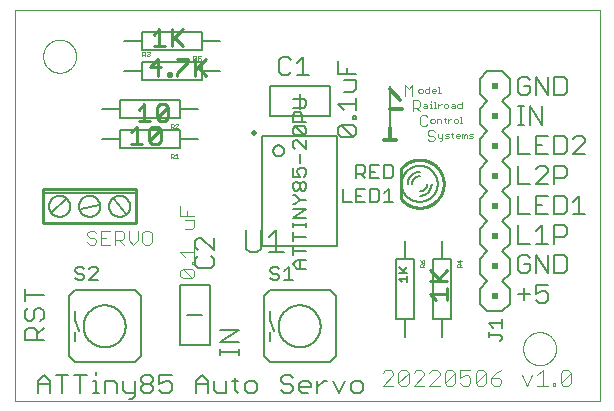
<source format=gto>
G75*
%MOIN*%
%OFA0B0*%
%FSLAX25Y25*%
%IPPOS*%
%LPD*%
%AMOC8*
5,1,8,0,0,1.08239X$1,22.5*
%
%ADD10C,0.00000*%
%ADD11C,0.00500*%
%ADD12C,0.00400*%
%ADD13C,0.00700*%
%ADD14C,0.00800*%
%ADD15C,0.01000*%
%ADD16C,0.00600*%
%ADD17R,0.02000X0.02000*%
%ADD18C,0.00100*%
%ADD19C,0.02000*%
%ADD20C,0.01200*%
%ADD21C,0.00300*%
%ADD22C,0.00200*%
D10*
X0001300Y0001300D02*
X0001300Y0131800D01*
X0196300Y0131800D01*
X0196300Y0001300D01*
X0001300Y0001300D01*
X0010800Y0116300D02*
X0010802Y0116448D01*
X0010808Y0116596D01*
X0010818Y0116744D01*
X0010832Y0116892D01*
X0010850Y0117039D01*
X0010872Y0117186D01*
X0010898Y0117332D01*
X0010927Y0117477D01*
X0010961Y0117622D01*
X0010999Y0117765D01*
X0011040Y0117908D01*
X0011085Y0118049D01*
X0011135Y0118189D01*
X0011187Y0118327D01*
X0011244Y0118465D01*
X0011304Y0118600D01*
X0011368Y0118734D01*
X0011435Y0118866D01*
X0011506Y0118996D01*
X0011581Y0119125D01*
X0011659Y0119251D01*
X0011740Y0119375D01*
X0011824Y0119497D01*
X0011912Y0119616D01*
X0012003Y0119733D01*
X0012097Y0119848D01*
X0012195Y0119960D01*
X0012295Y0120069D01*
X0012398Y0120176D01*
X0012504Y0120280D01*
X0012612Y0120381D01*
X0012724Y0120479D01*
X0012838Y0120574D01*
X0012954Y0120665D01*
X0013073Y0120754D01*
X0013194Y0120839D01*
X0013318Y0120921D01*
X0013444Y0121000D01*
X0013571Y0121075D01*
X0013701Y0121147D01*
X0013833Y0121216D01*
X0013966Y0121280D01*
X0014101Y0121341D01*
X0014238Y0121399D01*
X0014376Y0121453D01*
X0014516Y0121503D01*
X0014657Y0121549D01*
X0014799Y0121591D01*
X0014942Y0121630D01*
X0015086Y0121664D01*
X0015232Y0121695D01*
X0015377Y0121722D01*
X0015524Y0121745D01*
X0015671Y0121764D01*
X0015819Y0121779D01*
X0015966Y0121790D01*
X0016115Y0121797D01*
X0016263Y0121800D01*
X0016411Y0121799D01*
X0016559Y0121794D01*
X0016707Y0121785D01*
X0016855Y0121772D01*
X0017003Y0121755D01*
X0017149Y0121734D01*
X0017296Y0121709D01*
X0017441Y0121680D01*
X0017586Y0121648D01*
X0017729Y0121611D01*
X0017872Y0121571D01*
X0018014Y0121526D01*
X0018154Y0121478D01*
X0018293Y0121426D01*
X0018430Y0121371D01*
X0018566Y0121311D01*
X0018701Y0121248D01*
X0018833Y0121182D01*
X0018964Y0121112D01*
X0019093Y0121038D01*
X0019219Y0120961D01*
X0019344Y0120881D01*
X0019466Y0120797D01*
X0019587Y0120710D01*
X0019704Y0120620D01*
X0019820Y0120526D01*
X0019932Y0120430D01*
X0020042Y0120331D01*
X0020150Y0120228D01*
X0020254Y0120123D01*
X0020356Y0120015D01*
X0020454Y0119904D01*
X0020550Y0119791D01*
X0020643Y0119675D01*
X0020732Y0119557D01*
X0020818Y0119436D01*
X0020901Y0119313D01*
X0020981Y0119188D01*
X0021057Y0119061D01*
X0021130Y0118931D01*
X0021199Y0118800D01*
X0021264Y0118667D01*
X0021327Y0118533D01*
X0021385Y0118396D01*
X0021440Y0118258D01*
X0021490Y0118119D01*
X0021538Y0117978D01*
X0021581Y0117837D01*
X0021621Y0117694D01*
X0021656Y0117550D01*
X0021688Y0117405D01*
X0021716Y0117259D01*
X0021740Y0117113D01*
X0021760Y0116966D01*
X0021776Y0116818D01*
X0021788Y0116671D01*
X0021796Y0116522D01*
X0021800Y0116374D01*
X0021800Y0116226D01*
X0021796Y0116078D01*
X0021788Y0115929D01*
X0021776Y0115782D01*
X0021760Y0115634D01*
X0021740Y0115487D01*
X0021716Y0115341D01*
X0021688Y0115195D01*
X0021656Y0115050D01*
X0021621Y0114906D01*
X0021581Y0114763D01*
X0021538Y0114622D01*
X0021490Y0114481D01*
X0021440Y0114342D01*
X0021385Y0114204D01*
X0021327Y0114067D01*
X0021264Y0113933D01*
X0021199Y0113800D01*
X0021130Y0113669D01*
X0021057Y0113539D01*
X0020981Y0113412D01*
X0020901Y0113287D01*
X0020818Y0113164D01*
X0020732Y0113043D01*
X0020643Y0112925D01*
X0020550Y0112809D01*
X0020454Y0112696D01*
X0020356Y0112585D01*
X0020254Y0112477D01*
X0020150Y0112372D01*
X0020042Y0112269D01*
X0019932Y0112170D01*
X0019820Y0112074D01*
X0019704Y0111980D01*
X0019587Y0111890D01*
X0019466Y0111803D01*
X0019344Y0111719D01*
X0019219Y0111639D01*
X0019093Y0111562D01*
X0018964Y0111488D01*
X0018833Y0111418D01*
X0018701Y0111352D01*
X0018566Y0111289D01*
X0018430Y0111229D01*
X0018293Y0111174D01*
X0018154Y0111122D01*
X0018014Y0111074D01*
X0017872Y0111029D01*
X0017729Y0110989D01*
X0017586Y0110952D01*
X0017441Y0110920D01*
X0017296Y0110891D01*
X0017149Y0110866D01*
X0017003Y0110845D01*
X0016855Y0110828D01*
X0016707Y0110815D01*
X0016559Y0110806D01*
X0016411Y0110801D01*
X0016263Y0110800D01*
X0016115Y0110803D01*
X0015966Y0110810D01*
X0015819Y0110821D01*
X0015671Y0110836D01*
X0015524Y0110855D01*
X0015377Y0110878D01*
X0015232Y0110905D01*
X0015086Y0110936D01*
X0014942Y0110970D01*
X0014799Y0111009D01*
X0014657Y0111051D01*
X0014516Y0111097D01*
X0014376Y0111147D01*
X0014238Y0111201D01*
X0014101Y0111259D01*
X0013966Y0111320D01*
X0013833Y0111384D01*
X0013701Y0111453D01*
X0013571Y0111525D01*
X0013444Y0111600D01*
X0013318Y0111679D01*
X0013194Y0111761D01*
X0013073Y0111846D01*
X0012954Y0111935D01*
X0012838Y0112026D01*
X0012724Y0112121D01*
X0012612Y0112219D01*
X0012504Y0112320D01*
X0012398Y0112424D01*
X0012295Y0112531D01*
X0012195Y0112640D01*
X0012097Y0112752D01*
X0012003Y0112867D01*
X0011912Y0112984D01*
X0011824Y0113103D01*
X0011740Y0113225D01*
X0011659Y0113349D01*
X0011581Y0113475D01*
X0011506Y0113604D01*
X0011435Y0113734D01*
X0011368Y0113866D01*
X0011304Y0114000D01*
X0011244Y0114135D01*
X0011187Y0114273D01*
X0011135Y0114411D01*
X0011085Y0114551D01*
X0011040Y0114692D01*
X0010999Y0114835D01*
X0010961Y0114978D01*
X0010927Y0115123D01*
X0010898Y0115268D01*
X0010872Y0115414D01*
X0010850Y0115561D01*
X0010832Y0115708D01*
X0010818Y0115856D01*
X0010808Y0116004D01*
X0010802Y0116152D01*
X0010800Y0116300D01*
X0170800Y0018800D02*
X0170802Y0018948D01*
X0170808Y0019096D01*
X0170818Y0019244D01*
X0170832Y0019392D01*
X0170850Y0019539D01*
X0170872Y0019686D01*
X0170898Y0019832D01*
X0170927Y0019977D01*
X0170961Y0020122D01*
X0170999Y0020265D01*
X0171040Y0020408D01*
X0171085Y0020549D01*
X0171135Y0020689D01*
X0171187Y0020827D01*
X0171244Y0020965D01*
X0171304Y0021100D01*
X0171368Y0021234D01*
X0171435Y0021366D01*
X0171506Y0021496D01*
X0171581Y0021625D01*
X0171659Y0021751D01*
X0171740Y0021875D01*
X0171824Y0021997D01*
X0171912Y0022116D01*
X0172003Y0022233D01*
X0172097Y0022348D01*
X0172195Y0022460D01*
X0172295Y0022569D01*
X0172398Y0022676D01*
X0172504Y0022780D01*
X0172612Y0022881D01*
X0172724Y0022979D01*
X0172838Y0023074D01*
X0172954Y0023165D01*
X0173073Y0023254D01*
X0173194Y0023339D01*
X0173318Y0023421D01*
X0173444Y0023500D01*
X0173571Y0023575D01*
X0173701Y0023647D01*
X0173833Y0023716D01*
X0173966Y0023780D01*
X0174101Y0023841D01*
X0174238Y0023899D01*
X0174376Y0023953D01*
X0174516Y0024003D01*
X0174657Y0024049D01*
X0174799Y0024091D01*
X0174942Y0024130D01*
X0175086Y0024164D01*
X0175232Y0024195D01*
X0175377Y0024222D01*
X0175524Y0024245D01*
X0175671Y0024264D01*
X0175819Y0024279D01*
X0175966Y0024290D01*
X0176115Y0024297D01*
X0176263Y0024300D01*
X0176411Y0024299D01*
X0176559Y0024294D01*
X0176707Y0024285D01*
X0176855Y0024272D01*
X0177003Y0024255D01*
X0177149Y0024234D01*
X0177296Y0024209D01*
X0177441Y0024180D01*
X0177586Y0024148D01*
X0177729Y0024111D01*
X0177872Y0024071D01*
X0178014Y0024026D01*
X0178154Y0023978D01*
X0178293Y0023926D01*
X0178430Y0023871D01*
X0178566Y0023811D01*
X0178701Y0023748D01*
X0178833Y0023682D01*
X0178964Y0023612D01*
X0179093Y0023538D01*
X0179219Y0023461D01*
X0179344Y0023381D01*
X0179466Y0023297D01*
X0179587Y0023210D01*
X0179704Y0023120D01*
X0179820Y0023026D01*
X0179932Y0022930D01*
X0180042Y0022831D01*
X0180150Y0022728D01*
X0180254Y0022623D01*
X0180356Y0022515D01*
X0180454Y0022404D01*
X0180550Y0022291D01*
X0180643Y0022175D01*
X0180732Y0022057D01*
X0180818Y0021936D01*
X0180901Y0021813D01*
X0180981Y0021688D01*
X0181057Y0021561D01*
X0181130Y0021431D01*
X0181199Y0021300D01*
X0181264Y0021167D01*
X0181327Y0021033D01*
X0181385Y0020896D01*
X0181440Y0020758D01*
X0181490Y0020619D01*
X0181538Y0020478D01*
X0181581Y0020337D01*
X0181621Y0020194D01*
X0181656Y0020050D01*
X0181688Y0019905D01*
X0181716Y0019759D01*
X0181740Y0019613D01*
X0181760Y0019466D01*
X0181776Y0019318D01*
X0181788Y0019171D01*
X0181796Y0019022D01*
X0181800Y0018874D01*
X0181800Y0018726D01*
X0181796Y0018578D01*
X0181788Y0018429D01*
X0181776Y0018282D01*
X0181760Y0018134D01*
X0181740Y0017987D01*
X0181716Y0017841D01*
X0181688Y0017695D01*
X0181656Y0017550D01*
X0181621Y0017406D01*
X0181581Y0017263D01*
X0181538Y0017122D01*
X0181490Y0016981D01*
X0181440Y0016842D01*
X0181385Y0016704D01*
X0181327Y0016567D01*
X0181264Y0016433D01*
X0181199Y0016300D01*
X0181130Y0016169D01*
X0181057Y0016039D01*
X0180981Y0015912D01*
X0180901Y0015787D01*
X0180818Y0015664D01*
X0180732Y0015543D01*
X0180643Y0015425D01*
X0180550Y0015309D01*
X0180454Y0015196D01*
X0180356Y0015085D01*
X0180254Y0014977D01*
X0180150Y0014872D01*
X0180042Y0014769D01*
X0179932Y0014670D01*
X0179820Y0014574D01*
X0179704Y0014480D01*
X0179587Y0014390D01*
X0179466Y0014303D01*
X0179344Y0014219D01*
X0179219Y0014139D01*
X0179093Y0014062D01*
X0178964Y0013988D01*
X0178833Y0013918D01*
X0178701Y0013852D01*
X0178566Y0013789D01*
X0178430Y0013729D01*
X0178293Y0013674D01*
X0178154Y0013622D01*
X0178014Y0013574D01*
X0177872Y0013529D01*
X0177729Y0013489D01*
X0177586Y0013452D01*
X0177441Y0013420D01*
X0177296Y0013391D01*
X0177149Y0013366D01*
X0177003Y0013345D01*
X0176855Y0013328D01*
X0176707Y0013315D01*
X0176559Y0013306D01*
X0176411Y0013301D01*
X0176263Y0013300D01*
X0176115Y0013303D01*
X0175966Y0013310D01*
X0175819Y0013321D01*
X0175671Y0013336D01*
X0175524Y0013355D01*
X0175377Y0013378D01*
X0175232Y0013405D01*
X0175086Y0013436D01*
X0174942Y0013470D01*
X0174799Y0013509D01*
X0174657Y0013551D01*
X0174516Y0013597D01*
X0174376Y0013647D01*
X0174238Y0013701D01*
X0174101Y0013759D01*
X0173966Y0013820D01*
X0173833Y0013884D01*
X0173701Y0013953D01*
X0173571Y0014025D01*
X0173444Y0014100D01*
X0173318Y0014179D01*
X0173194Y0014261D01*
X0173073Y0014346D01*
X0172954Y0014435D01*
X0172838Y0014526D01*
X0172724Y0014621D01*
X0172612Y0014719D01*
X0172504Y0014820D01*
X0172398Y0014924D01*
X0172295Y0015031D01*
X0172195Y0015140D01*
X0172097Y0015252D01*
X0172003Y0015367D01*
X0171912Y0015484D01*
X0171824Y0015603D01*
X0171740Y0015725D01*
X0171659Y0015849D01*
X0171581Y0015975D01*
X0171506Y0016104D01*
X0171435Y0016234D01*
X0171368Y0016366D01*
X0171304Y0016500D01*
X0171244Y0016635D01*
X0171187Y0016773D01*
X0171135Y0016911D01*
X0171085Y0017051D01*
X0171040Y0017192D01*
X0170999Y0017335D01*
X0170961Y0017478D01*
X0170927Y0017623D01*
X0170898Y0017768D01*
X0170872Y0017914D01*
X0170850Y0018061D01*
X0170832Y0018208D01*
X0170818Y0018356D01*
X0170808Y0018504D01*
X0170802Y0018652D01*
X0170800Y0018800D01*
D11*
X0163850Y0022001D02*
X0163099Y0021250D01*
X0163850Y0022001D02*
X0163850Y0022751D01*
X0163099Y0023502D01*
X0159346Y0023502D01*
X0159346Y0022751D02*
X0159346Y0024253D01*
X0160847Y0025854D02*
X0159346Y0027355D01*
X0163850Y0027355D01*
X0163850Y0025854D02*
X0163850Y0028856D01*
X0171085Y0035068D02*
X0171085Y0039138D01*
X0169050Y0037103D02*
X0173120Y0037103D01*
X0175127Y0037103D02*
X0177162Y0038120D01*
X0178180Y0038120D01*
X0179197Y0037103D01*
X0179197Y0035068D01*
X0178180Y0034050D01*
X0176145Y0034050D01*
X0175127Y0035068D01*
X0175127Y0037103D02*
X0175127Y0040155D01*
X0179197Y0040155D01*
X0179197Y0043950D02*
X0179197Y0050055D01*
X0181204Y0050055D02*
X0184257Y0050055D01*
X0185275Y0049038D01*
X0185275Y0044968D01*
X0184257Y0043950D01*
X0181204Y0043950D01*
X0181204Y0050055D01*
X0181204Y0053850D02*
X0181204Y0059955D01*
X0184257Y0059955D01*
X0185275Y0058938D01*
X0185275Y0056903D01*
X0184257Y0055885D01*
X0181204Y0055885D01*
X0179197Y0053850D02*
X0175127Y0053850D01*
X0173120Y0053850D02*
X0169050Y0053850D01*
X0169050Y0059955D01*
X0169050Y0063750D02*
X0173120Y0063750D01*
X0175127Y0063750D02*
X0179197Y0063750D01*
X0181204Y0063750D02*
X0184257Y0063750D01*
X0185275Y0064768D01*
X0185275Y0068838D01*
X0184257Y0069855D01*
X0181204Y0069855D01*
X0181204Y0063750D01*
X0177162Y0066803D02*
X0175127Y0066803D01*
X0175127Y0069855D02*
X0175127Y0063750D01*
X0177162Y0059955D02*
X0177162Y0053850D01*
X0175127Y0050055D02*
X0179197Y0043950D01*
X0175127Y0043950D02*
X0175127Y0050055D01*
X0173120Y0049038D02*
X0172103Y0050055D01*
X0170068Y0050055D01*
X0169050Y0049038D01*
X0169050Y0044968D01*
X0170068Y0043950D01*
X0172103Y0043950D01*
X0173120Y0044968D01*
X0173120Y0047003D01*
X0171085Y0047003D01*
X0175127Y0057920D02*
X0177162Y0059955D01*
X0169050Y0063750D02*
X0169050Y0069855D01*
X0169050Y0073650D02*
X0173120Y0073650D01*
X0175127Y0073650D02*
X0179197Y0077720D01*
X0179197Y0078738D01*
X0178180Y0079755D01*
X0176145Y0079755D01*
X0175127Y0078738D01*
X0175127Y0073650D02*
X0179197Y0073650D01*
X0181204Y0073650D02*
X0181204Y0079755D01*
X0184257Y0079755D01*
X0185275Y0078738D01*
X0185275Y0076703D01*
X0184257Y0075685D01*
X0181204Y0075685D01*
X0179197Y0069855D02*
X0175127Y0069855D01*
X0169050Y0073650D02*
X0169050Y0079755D01*
X0169050Y0083550D02*
X0173120Y0083550D01*
X0175127Y0083550D02*
X0179197Y0083550D01*
X0181204Y0083550D02*
X0184257Y0083550D01*
X0185275Y0084568D01*
X0185275Y0088638D01*
X0184257Y0089655D01*
X0181204Y0089655D01*
X0181204Y0083550D01*
X0177162Y0086603D02*
X0175127Y0086603D01*
X0175127Y0089655D02*
X0175127Y0083550D01*
X0169050Y0083550D02*
X0169050Y0089655D01*
X0169050Y0093450D02*
X0171085Y0093450D01*
X0170068Y0093450D02*
X0170068Y0099555D01*
X0171085Y0099555D02*
X0169050Y0099555D01*
X0173101Y0099555D02*
X0177172Y0093450D01*
X0177172Y0099555D01*
X0173101Y0099555D02*
X0173101Y0093450D01*
X0175127Y0089655D02*
X0179197Y0089655D01*
X0187282Y0088638D02*
X0188299Y0089655D01*
X0190334Y0089655D01*
X0191352Y0088638D01*
X0191352Y0087620D01*
X0187282Y0083550D01*
X0191352Y0083550D01*
X0189317Y0069855D02*
X0189317Y0063750D01*
X0187282Y0063750D02*
X0191352Y0063750D01*
X0187282Y0067820D02*
X0189317Y0069855D01*
X0184257Y0103350D02*
X0181204Y0103350D01*
X0181204Y0109455D01*
X0184257Y0109455D01*
X0185275Y0108438D01*
X0185275Y0104368D01*
X0184257Y0103350D01*
X0179197Y0103350D02*
X0179197Y0109455D01*
X0175127Y0109455D02*
X0179197Y0103350D01*
X0175127Y0103350D02*
X0175127Y0109455D01*
X0173120Y0108438D02*
X0172103Y0109455D01*
X0170068Y0109455D01*
X0169050Y0108438D01*
X0169050Y0104368D01*
X0170068Y0103350D01*
X0172103Y0103350D01*
X0173120Y0104368D01*
X0173120Y0106403D01*
X0171085Y0106403D01*
X0127449Y0079303D02*
X0127449Y0076301D01*
X0126698Y0075550D01*
X0124446Y0075550D01*
X0124446Y0080054D01*
X0126698Y0080054D01*
X0127449Y0079303D01*
X0122845Y0080054D02*
X0119842Y0080054D01*
X0119842Y0075550D01*
X0122845Y0075550D01*
X0121343Y0077802D02*
X0119842Y0077802D01*
X0118241Y0077802D02*
X0117490Y0077051D01*
X0115238Y0077051D01*
X0115238Y0075550D02*
X0115238Y0080054D01*
X0117490Y0080054D01*
X0118241Y0079303D01*
X0118241Y0077802D01*
X0116739Y0077051D02*
X0118241Y0075550D01*
X0118241Y0072054D02*
X0115238Y0072054D01*
X0115238Y0067550D01*
X0118241Y0067550D01*
X0119842Y0067550D02*
X0122094Y0067550D01*
X0122845Y0068301D01*
X0122845Y0071303D01*
X0122094Y0072054D01*
X0119842Y0072054D01*
X0119842Y0067550D01*
X0116739Y0069802D02*
X0115238Y0069802D01*
X0113637Y0067550D02*
X0110634Y0067550D01*
X0110634Y0072054D01*
X0098514Y0072265D02*
X0097764Y0071515D01*
X0097013Y0071515D01*
X0096262Y0072265D01*
X0096262Y0073766D01*
X0097013Y0074517D01*
X0097764Y0074517D01*
X0098514Y0073766D01*
X0098514Y0072265D01*
X0096262Y0072265D02*
X0095512Y0071515D01*
X0094761Y0071515D01*
X0094010Y0072265D01*
X0094010Y0073766D01*
X0094761Y0074517D01*
X0095512Y0074517D01*
X0096262Y0073766D01*
X0096262Y0076118D02*
X0094010Y0076118D01*
X0094010Y0079121D01*
X0095512Y0078370D02*
X0096262Y0079121D01*
X0097764Y0079121D01*
X0098514Y0078370D01*
X0098514Y0076869D01*
X0097764Y0076118D01*
X0096262Y0076118D02*
X0095512Y0077620D01*
X0095512Y0078370D01*
X0096262Y0080722D02*
X0096262Y0083725D01*
X0094761Y0085326D02*
X0094010Y0086077D01*
X0094010Y0087578D01*
X0094761Y0088329D01*
X0095512Y0088329D01*
X0098514Y0085326D01*
X0098514Y0088329D01*
X0097764Y0089930D02*
X0094761Y0092933D01*
X0097764Y0092933D01*
X0098514Y0092182D01*
X0098514Y0090681D01*
X0097764Y0089930D01*
X0094761Y0089930D01*
X0094010Y0090681D01*
X0094010Y0092182D01*
X0094761Y0092933D01*
X0094010Y0094534D02*
X0094010Y0096786D01*
X0094761Y0097537D01*
X0096262Y0097537D01*
X0097013Y0096786D01*
X0097013Y0094534D01*
X0098514Y0094534D02*
X0094010Y0094534D01*
X0094010Y0099138D02*
X0097764Y0099138D01*
X0098514Y0099889D01*
X0098514Y0101390D01*
X0097764Y0102141D01*
X0094010Y0102141D01*
X0095473Y0109950D02*
X0099543Y0109950D01*
X0097508Y0109950D02*
X0097508Y0116055D01*
X0095473Y0114020D01*
X0093466Y0115038D02*
X0092448Y0116055D01*
X0090413Y0116055D01*
X0089396Y0115038D01*
X0089396Y0110968D01*
X0090413Y0109950D01*
X0092448Y0109950D01*
X0093466Y0110968D01*
X0109045Y0110473D02*
X0109045Y0114543D01*
X0112097Y0112508D02*
X0112097Y0110473D01*
X0111080Y0108466D02*
X0115150Y0108466D01*
X0115150Y0105413D01*
X0114132Y0104396D01*
X0111080Y0104396D01*
X0115150Y0102389D02*
X0115150Y0098318D01*
X0115150Y0096297D02*
X0114132Y0096297D01*
X0114132Y0095280D01*
X0115150Y0095280D01*
X0115150Y0096297D01*
X0111080Y0098318D02*
X0109045Y0100353D01*
X0115150Y0100353D01*
X0126300Y0098800D02*
X0126300Y0092300D01*
X0126300Y0098800D02*
X0126300Y0105300D01*
X0126300Y0106300D01*
X0115150Y0110473D02*
X0109045Y0110473D01*
X0110062Y0093273D02*
X0114132Y0089203D01*
X0115150Y0090220D01*
X0115150Y0092255D01*
X0114132Y0093273D01*
X0110062Y0093273D01*
X0109045Y0092255D01*
X0109045Y0090220D01*
X0110062Y0089203D01*
X0114132Y0089203D01*
X0087497Y0084800D02*
X0087499Y0084885D01*
X0087505Y0084969D01*
X0087515Y0085053D01*
X0087529Y0085136D01*
X0087546Y0085219D01*
X0087568Y0085301D01*
X0087593Y0085381D01*
X0087622Y0085461D01*
X0087655Y0085538D01*
X0087692Y0085615D01*
X0087732Y0085689D01*
X0087775Y0085762D01*
X0087822Y0085832D01*
X0087872Y0085900D01*
X0087925Y0085966D01*
X0087981Y0086029D01*
X0088040Y0086090D01*
X0088102Y0086147D01*
X0088166Y0086202D01*
X0088233Y0086254D01*
X0088303Y0086302D01*
X0088374Y0086347D01*
X0088448Y0086389D01*
X0088523Y0086427D01*
X0088600Y0086462D01*
X0088679Y0086493D01*
X0088759Y0086520D01*
X0088840Y0086543D01*
X0088922Y0086563D01*
X0089005Y0086579D01*
X0089089Y0086591D01*
X0089173Y0086599D01*
X0089258Y0086603D01*
X0089342Y0086603D01*
X0089427Y0086599D01*
X0089511Y0086591D01*
X0089595Y0086579D01*
X0089678Y0086563D01*
X0089760Y0086543D01*
X0089841Y0086520D01*
X0089921Y0086493D01*
X0090000Y0086462D01*
X0090077Y0086427D01*
X0090152Y0086389D01*
X0090226Y0086347D01*
X0090297Y0086302D01*
X0090367Y0086254D01*
X0090434Y0086202D01*
X0090498Y0086147D01*
X0090560Y0086090D01*
X0090619Y0086029D01*
X0090675Y0085966D01*
X0090728Y0085900D01*
X0090778Y0085832D01*
X0090825Y0085762D01*
X0090868Y0085689D01*
X0090908Y0085615D01*
X0090945Y0085538D01*
X0090978Y0085461D01*
X0091007Y0085381D01*
X0091032Y0085301D01*
X0091054Y0085219D01*
X0091071Y0085136D01*
X0091085Y0085053D01*
X0091095Y0084969D01*
X0091101Y0084885D01*
X0091103Y0084800D01*
X0091101Y0084715D01*
X0091095Y0084631D01*
X0091085Y0084547D01*
X0091071Y0084464D01*
X0091054Y0084381D01*
X0091032Y0084299D01*
X0091007Y0084219D01*
X0090978Y0084139D01*
X0090945Y0084062D01*
X0090908Y0083985D01*
X0090868Y0083911D01*
X0090825Y0083838D01*
X0090778Y0083768D01*
X0090728Y0083700D01*
X0090675Y0083634D01*
X0090619Y0083571D01*
X0090560Y0083510D01*
X0090498Y0083453D01*
X0090434Y0083398D01*
X0090367Y0083346D01*
X0090297Y0083298D01*
X0090226Y0083253D01*
X0090152Y0083211D01*
X0090077Y0083173D01*
X0090000Y0083138D01*
X0089921Y0083107D01*
X0089841Y0083080D01*
X0089760Y0083057D01*
X0089678Y0083037D01*
X0089595Y0083021D01*
X0089511Y0083009D01*
X0089427Y0083001D01*
X0089342Y0082997D01*
X0089258Y0082997D01*
X0089173Y0083001D01*
X0089089Y0083009D01*
X0089005Y0083021D01*
X0088922Y0083037D01*
X0088840Y0083057D01*
X0088759Y0083080D01*
X0088679Y0083107D01*
X0088600Y0083138D01*
X0088523Y0083173D01*
X0088448Y0083211D01*
X0088374Y0083253D01*
X0088303Y0083298D01*
X0088233Y0083346D01*
X0088166Y0083398D01*
X0088102Y0083453D01*
X0088040Y0083510D01*
X0087981Y0083571D01*
X0087925Y0083634D01*
X0087872Y0083700D01*
X0087822Y0083768D01*
X0087775Y0083838D01*
X0087732Y0083911D01*
X0087692Y0083985D01*
X0087655Y0084062D01*
X0087622Y0084139D01*
X0087593Y0084219D01*
X0087568Y0084299D01*
X0087546Y0084381D01*
X0087529Y0084464D01*
X0087515Y0084547D01*
X0087505Y0084631D01*
X0087499Y0084715D01*
X0087497Y0084800D01*
X0094010Y0069913D02*
X0094761Y0069913D01*
X0096262Y0068412D01*
X0098514Y0068412D01*
X0096262Y0068412D02*
X0094761Y0066911D01*
X0094010Y0066911D01*
X0094010Y0065309D02*
X0098514Y0065309D01*
X0094010Y0062307D01*
X0098514Y0062307D01*
X0098514Y0060739D02*
X0098514Y0059237D01*
X0098514Y0059988D02*
X0094010Y0059988D01*
X0094010Y0059237D02*
X0094010Y0060739D01*
X0094010Y0057636D02*
X0094010Y0054634D01*
X0094010Y0053032D02*
X0094010Y0050030D01*
X0094010Y0051531D02*
X0098514Y0051531D01*
X0098514Y0048428D02*
X0095512Y0048428D01*
X0094010Y0046927D01*
X0095512Y0045426D01*
X0098514Y0045426D01*
X0096262Y0045426D02*
X0096262Y0048428D01*
X0092655Y0046054D02*
X0092655Y0041550D01*
X0091154Y0041550D02*
X0094156Y0041550D01*
X0091154Y0044553D02*
X0092655Y0046054D01*
X0089553Y0045303D02*
X0088802Y0046054D01*
X0087301Y0046054D01*
X0086550Y0045303D01*
X0086550Y0044553D01*
X0087301Y0043802D01*
X0088802Y0043802D01*
X0089553Y0043051D01*
X0089553Y0042301D01*
X0088802Y0041550D01*
X0087301Y0041550D01*
X0086550Y0042301D01*
X0067650Y0046663D02*
X0067650Y0048698D01*
X0066632Y0049716D01*
X0067650Y0051723D02*
X0063580Y0055793D01*
X0062562Y0055793D01*
X0061545Y0054775D01*
X0061545Y0052740D01*
X0062562Y0051723D01*
X0062562Y0049716D02*
X0061545Y0048698D01*
X0061545Y0046663D01*
X0062562Y0045646D01*
X0066632Y0045646D01*
X0067650Y0046663D01*
X0067650Y0051723D02*
X0067650Y0055793D01*
X0094010Y0056135D02*
X0098514Y0056135D01*
X0124446Y0067550D02*
X0127449Y0067550D01*
X0125947Y0067550D02*
X0125947Y0072054D01*
X0124446Y0070553D01*
X0129548Y0045905D02*
X0131349Y0044103D01*
X0130899Y0044554D02*
X0132250Y0045905D01*
X0132250Y0044103D02*
X0129548Y0044103D01*
X0132250Y0042959D02*
X0132250Y0041157D01*
X0132250Y0042058D02*
X0129548Y0042058D01*
X0130448Y0041157D01*
X0094149Y0009138D02*
X0093132Y0010155D01*
X0091097Y0010155D01*
X0090079Y0009138D01*
X0090079Y0008120D01*
X0091097Y0007103D01*
X0093132Y0007103D01*
X0094149Y0006085D01*
X0094149Y0005068D01*
X0093132Y0004050D01*
X0091097Y0004050D01*
X0090079Y0005068D01*
X0096156Y0005068D02*
X0096156Y0007103D01*
X0097174Y0008120D01*
X0099209Y0008120D01*
X0100227Y0007103D01*
X0100227Y0006085D01*
X0096156Y0006085D01*
X0096156Y0005068D02*
X0097174Y0004050D01*
X0099209Y0004050D01*
X0102234Y0004050D02*
X0102234Y0008120D01*
X0104269Y0008120D02*
X0105286Y0008120D01*
X0104269Y0008120D02*
X0102234Y0006085D01*
X0107298Y0008120D02*
X0109333Y0004050D01*
X0111368Y0008120D01*
X0113375Y0007103D02*
X0113375Y0005068D01*
X0114393Y0004050D01*
X0116428Y0004050D01*
X0117445Y0005068D01*
X0117445Y0007103D01*
X0116428Y0008120D01*
X0114393Y0008120D01*
X0113375Y0007103D01*
X0081995Y0007103D02*
X0081995Y0005068D01*
X0080977Y0004050D01*
X0078942Y0004050D01*
X0077925Y0005068D01*
X0077925Y0007103D01*
X0078942Y0008120D01*
X0080977Y0008120D01*
X0081995Y0007103D01*
X0075908Y0008120D02*
X0073873Y0008120D01*
X0074891Y0009138D02*
X0074891Y0005068D01*
X0075908Y0004050D01*
X0071866Y0004050D02*
X0071866Y0008120D01*
X0067796Y0008120D02*
X0067796Y0005068D01*
X0068814Y0004050D01*
X0071866Y0004050D01*
X0065789Y0004050D02*
X0065789Y0008120D01*
X0063754Y0010155D01*
X0061719Y0008120D01*
X0061719Y0004050D01*
X0061719Y0007103D02*
X0065789Y0007103D01*
X0053635Y0007103D02*
X0053635Y0005068D01*
X0052617Y0004050D01*
X0050582Y0004050D01*
X0049565Y0005068D01*
X0047558Y0005068D02*
X0047558Y0006085D01*
X0046540Y0007103D01*
X0044505Y0007103D01*
X0043487Y0008120D01*
X0043487Y0009138D01*
X0044505Y0010155D01*
X0046540Y0010155D01*
X0047558Y0009138D01*
X0047558Y0008120D01*
X0046540Y0007103D01*
X0044505Y0007103D02*
X0043487Y0006085D01*
X0043487Y0005068D01*
X0044505Y0004050D01*
X0046540Y0004050D01*
X0047558Y0005068D01*
X0049565Y0007103D02*
X0051600Y0008120D01*
X0052617Y0008120D01*
X0053635Y0007103D01*
X0053635Y0010155D02*
X0049565Y0010155D01*
X0049565Y0007103D01*
X0041480Y0008120D02*
X0041480Y0003032D01*
X0040463Y0002015D01*
X0039445Y0002015D01*
X0038428Y0004050D02*
X0037410Y0005068D01*
X0037410Y0008120D01*
X0035403Y0007103D02*
X0035403Y0004050D01*
X0038428Y0004050D02*
X0041480Y0004050D01*
X0035403Y0007103D02*
X0034386Y0008120D01*
X0031333Y0008120D01*
X0031333Y0004050D01*
X0029317Y0004050D02*
X0027282Y0004050D01*
X0028299Y0004050D02*
X0028299Y0008120D01*
X0027282Y0008120D01*
X0028299Y0010155D02*
X0028299Y0011173D01*
X0025275Y0010155D02*
X0021204Y0010155D01*
X0019197Y0010155D02*
X0015127Y0010155D01*
X0017162Y0010155D02*
X0017162Y0004050D01*
X0013120Y0004050D02*
X0013120Y0008120D01*
X0011085Y0010155D01*
X0009050Y0008120D01*
X0009050Y0004050D01*
X0009050Y0007103D02*
X0013120Y0007103D01*
X0023239Y0004050D02*
X0023239Y0010155D01*
X0023802Y0041550D02*
X0022301Y0041550D01*
X0021550Y0042301D01*
X0022301Y0043802D02*
X0023802Y0043802D01*
X0024553Y0043051D01*
X0024553Y0042301D01*
X0023802Y0041550D01*
X0026154Y0041550D02*
X0029156Y0044553D01*
X0029156Y0045303D01*
X0028406Y0046054D01*
X0026905Y0046054D01*
X0026154Y0045303D01*
X0024553Y0045303D02*
X0023802Y0046054D01*
X0022301Y0046054D01*
X0021550Y0045303D01*
X0021550Y0044553D01*
X0022301Y0043802D01*
X0026154Y0041550D02*
X0029156Y0041550D01*
D12*
X0030104Y0053500D02*
X0033173Y0053500D01*
X0034708Y0053500D02*
X0034708Y0058104D01*
X0037010Y0058104D01*
X0037777Y0057337D01*
X0037777Y0055802D01*
X0037010Y0055035D01*
X0034708Y0055035D01*
X0036242Y0055035D02*
X0037777Y0053500D01*
X0039312Y0055035D02*
X0040846Y0053500D01*
X0042381Y0055035D01*
X0042381Y0058104D01*
X0043916Y0057337D02*
X0043916Y0054267D01*
X0044683Y0053500D01*
X0046218Y0053500D01*
X0046985Y0054267D01*
X0046985Y0057337D01*
X0046218Y0058104D01*
X0044683Y0058104D01*
X0043916Y0057337D01*
X0039312Y0058104D02*
X0039312Y0055035D01*
X0033173Y0058104D02*
X0030104Y0058104D01*
X0030104Y0053500D01*
X0028569Y0054267D02*
X0028569Y0055035D01*
X0027802Y0055802D01*
X0026267Y0055802D01*
X0025500Y0056569D01*
X0025500Y0057337D01*
X0026267Y0058104D01*
X0027802Y0058104D01*
X0028569Y0057337D01*
X0030104Y0055802D02*
X0031639Y0055802D01*
X0028569Y0054267D02*
X0027802Y0053500D01*
X0026267Y0053500D01*
X0025500Y0054267D01*
X0056496Y0050869D02*
X0061100Y0050869D01*
X0061100Y0049334D02*
X0061100Y0052404D01*
X0058031Y0049334D02*
X0056496Y0050869D01*
X0060333Y0047800D02*
X0061100Y0047800D01*
X0061100Y0047032D01*
X0060333Y0047032D01*
X0060333Y0047800D01*
X0060333Y0045498D02*
X0061100Y0044730D01*
X0061100Y0043196D01*
X0060333Y0042428D01*
X0057263Y0045498D01*
X0060333Y0045498D01*
X0057263Y0045498D02*
X0056496Y0044730D01*
X0056496Y0043196D01*
X0057263Y0042428D01*
X0060333Y0042428D01*
X0060333Y0058542D02*
X0058031Y0058542D01*
X0060333Y0058542D02*
X0061100Y0059309D01*
X0061100Y0061611D01*
X0058031Y0061611D01*
X0058798Y0063146D02*
X0058798Y0064681D01*
X0056496Y0063146D02*
X0056496Y0066215D01*
X0056496Y0063146D02*
X0061100Y0063146D01*
X0124000Y0010837D02*
X0124867Y0011704D01*
X0126602Y0011704D01*
X0127470Y0010837D01*
X0127470Y0009970D01*
X0124000Y0006500D01*
X0127470Y0006500D01*
X0129156Y0007367D02*
X0132626Y0010837D01*
X0132626Y0007367D01*
X0131759Y0006500D01*
X0130024Y0006500D01*
X0129156Y0007367D01*
X0129156Y0010837D01*
X0130024Y0011704D01*
X0131759Y0011704D01*
X0132626Y0010837D01*
X0134313Y0010837D02*
X0135180Y0011704D01*
X0136915Y0011704D01*
X0137782Y0010837D01*
X0137782Y0009970D01*
X0134313Y0006500D01*
X0137782Y0006500D01*
X0139469Y0006500D02*
X0142939Y0009970D01*
X0142939Y0010837D01*
X0142071Y0011704D01*
X0140337Y0011704D01*
X0139469Y0010837D01*
X0144626Y0010837D02*
X0144626Y0007367D01*
X0148095Y0010837D01*
X0148095Y0007367D01*
X0147228Y0006500D01*
X0145493Y0006500D01*
X0144626Y0007367D01*
X0142939Y0006500D02*
X0139469Y0006500D01*
X0144626Y0010837D02*
X0145493Y0011704D01*
X0147228Y0011704D01*
X0148095Y0010837D01*
X0149782Y0011704D02*
X0149782Y0009102D01*
X0151517Y0009970D01*
X0152384Y0009970D01*
X0153252Y0009102D01*
X0153252Y0007367D01*
X0152384Y0006500D01*
X0150649Y0006500D01*
X0149782Y0007367D01*
X0149782Y0011704D02*
X0153252Y0011704D01*
X0154938Y0010837D02*
X0155806Y0011704D01*
X0157541Y0011704D01*
X0158408Y0010837D01*
X0154938Y0007367D01*
X0155806Y0006500D01*
X0157541Y0006500D01*
X0158408Y0007367D01*
X0158408Y0010837D01*
X0160095Y0009102D02*
X0161830Y0010837D01*
X0163564Y0011704D01*
X0162697Y0009102D02*
X0160095Y0009102D01*
X0160095Y0007367D01*
X0160962Y0006500D01*
X0162697Y0006500D01*
X0163564Y0007367D01*
X0163564Y0008235D01*
X0162697Y0009102D01*
X0170408Y0009970D02*
X0172142Y0006500D01*
X0173877Y0009970D01*
X0175564Y0009970D02*
X0177299Y0011704D01*
X0177299Y0006500D01*
X0175564Y0006500D02*
X0179034Y0006500D01*
X0180720Y0006500D02*
X0180720Y0007367D01*
X0181588Y0007367D01*
X0181588Y0006500D01*
X0180720Y0006500D01*
X0183299Y0007367D02*
X0186768Y0010837D01*
X0186768Y0007367D01*
X0185901Y0006500D01*
X0184166Y0006500D01*
X0183299Y0007367D01*
X0183299Y0010837D01*
X0184166Y0011704D01*
X0185901Y0011704D01*
X0186768Y0010837D01*
X0154938Y0010837D02*
X0154938Y0007367D01*
D13*
X0075950Y0016650D02*
X0075950Y0018752D01*
X0075950Y0017701D02*
X0069645Y0017701D01*
X0069645Y0016650D02*
X0069645Y0018752D01*
X0069645Y0020947D02*
X0075950Y0025151D01*
X0069645Y0025151D01*
X0069645Y0020947D02*
X0075950Y0020947D01*
X0010950Y0021650D02*
X0004645Y0021650D01*
X0004645Y0024803D01*
X0005696Y0025854D01*
X0007797Y0025854D01*
X0008848Y0024803D01*
X0008848Y0021650D01*
X0008848Y0023752D02*
X0010950Y0025854D01*
X0009899Y0028095D02*
X0010950Y0029146D01*
X0010950Y0031248D01*
X0009899Y0032299D01*
X0008848Y0032299D01*
X0007797Y0031248D01*
X0007797Y0029146D01*
X0006746Y0028095D01*
X0005696Y0028095D01*
X0004645Y0029146D01*
X0004645Y0031248D01*
X0005696Y0032299D01*
X0004645Y0034541D02*
X0004645Y0038745D01*
X0004645Y0036643D02*
X0010950Y0036643D01*
D14*
X0019300Y0036300D02*
X0019300Y0030300D01*
X0019300Y0030347D02*
X0019300Y0022300D01*
X0019300Y0016300D01*
X0021300Y0014300D01*
X0022800Y0014300D01*
X0039800Y0014300D01*
X0041300Y0014300D01*
X0043300Y0016300D01*
X0043300Y0022300D01*
X0043300Y0030229D01*
X0043300Y0030300D02*
X0043300Y0036300D01*
X0041300Y0038300D01*
X0039800Y0038300D01*
X0022800Y0038300D01*
X0021300Y0038300D01*
X0019300Y0036300D01*
X0021300Y0031300D02*
X0021300Y0028300D01*
X0022800Y0024800D01*
X0021300Y0024300D02*
X0021300Y0021300D01*
X0024300Y0026300D02*
X0024302Y0026472D01*
X0024308Y0026643D01*
X0024319Y0026815D01*
X0024334Y0026986D01*
X0024353Y0027157D01*
X0024376Y0027327D01*
X0024403Y0027497D01*
X0024435Y0027666D01*
X0024470Y0027834D01*
X0024510Y0028001D01*
X0024554Y0028167D01*
X0024601Y0028332D01*
X0024653Y0028496D01*
X0024709Y0028658D01*
X0024769Y0028819D01*
X0024833Y0028979D01*
X0024901Y0029137D01*
X0024972Y0029293D01*
X0025047Y0029447D01*
X0025127Y0029600D01*
X0025209Y0029750D01*
X0025296Y0029899D01*
X0025386Y0030045D01*
X0025480Y0030189D01*
X0025577Y0030331D01*
X0025678Y0030470D01*
X0025782Y0030607D01*
X0025889Y0030741D01*
X0026000Y0030872D01*
X0026113Y0031001D01*
X0026230Y0031127D01*
X0026350Y0031250D01*
X0026473Y0031370D01*
X0026599Y0031487D01*
X0026728Y0031600D01*
X0026859Y0031711D01*
X0026993Y0031818D01*
X0027130Y0031922D01*
X0027269Y0032023D01*
X0027411Y0032120D01*
X0027555Y0032214D01*
X0027701Y0032304D01*
X0027850Y0032391D01*
X0028000Y0032473D01*
X0028153Y0032553D01*
X0028307Y0032628D01*
X0028463Y0032699D01*
X0028621Y0032767D01*
X0028781Y0032831D01*
X0028942Y0032891D01*
X0029104Y0032947D01*
X0029268Y0032999D01*
X0029433Y0033046D01*
X0029599Y0033090D01*
X0029766Y0033130D01*
X0029934Y0033165D01*
X0030103Y0033197D01*
X0030273Y0033224D01*
X0030443Y0033247D01*
X0030614Y0033266D01*
X0030785Y0033281D01*
X0030957Y0033292D01*
X0031128Y0033298D01*
X0031300Y0033300D01*
X0031472Y0033298D01*
X0031643Y0033292D01*
X0031815Y0033281D01*
X0031986Y0033266D01*
X0032157Y0033247D01*
X0032327Y0033224D01*
X0032497Y0033197D01*
X0032666Y0033165D01*
X0032834Y0033130D01*
X0033001Y0033090D01*
X0033167Y0033046D01*
X0033332Y0032999D01*
X0033496Y0032947D01*
X0033658Y0032891D01*
X0033819Y0032831D01*
X0033979Y0032767D01*
X0034137Y0032699D01*
X0034293Y0032628D01*
X0034447Y0032553D01*
X0034600Y0032473D01*
X0034750Y0032391D01*
X0034899Y0032304D01*
X0035045Y0032214D01*
X0035189Y0032120D01*
X0035331Y0032023D01*
X0035470Y0031922D01*
X0035607Y0031818D01*
X0035741Y0031711D01*
X0035872Y0031600D01*
X0036001Y0031487D01*
X0036127Y0031370D01*
X0036250Y0031250D01*
X0036370Y0031127D01*
X0036487Y0031001D01*
X0036600Y0030872D01*
X0036711Y0030741D01*
X0036818Y0030607D01*
X0036922Y0030470D01*
X0037023Y0030331D01*
X0037120Y0030189D01*
X0037214Y0030045D01*
X0037304Y0029899D01*
X0037391Y0029750D01*
X0037473Y0029600D01*
X0037553Y0029447D01*
X0037628Y0029293D01*
X0037699Y0029137D01*
X0037767Y0028979D01*
X0037831Y0028819D01*
X0037891Y0028658D01*
X0037947Y0028496D01*
X0037999Y0028332D01*
X0038046Y0028167D01*
X0038090Y0028001D01*
X0038130Y0027834D01*
X0038165Y0027666D01*
X0038197Y0027497D01*
X0038224Y0027327D01*
X0038247Y0027157D01*
X0038266Y0026986D01*
X0038281Y0026815D01*
X0038292Y0026643D01*
X0038298Y0026472D01*
X0038300Y0026300D01*
X0038298Y0026128D01*
X0038292Y0025957D01*
X0038281Y0025785D01*
X0038266Y0025614D01*
X0038247Y0025443D01*
X0038224Y0025273D01*
X0038197Y0025103D01*
X0038165Y0024934D01*
X0038130Y0024766D01*
X0038090Y0024599D01*
X0038046Y0024433D01*
X0037999Y0024268D01*
X0037947Y0024104D01*
X0037891Y0023942D01*
X0037831Y0023781D01*
X0037767Y0023621D01*
X0037699Y0023463D01*
X0037628Y0023307D01*
X0037553Y0023153D01*
X0037473Y0023000D01*
X0037391Y0022850D01*
X0037304Y0022701D01*
X0037214Y0022555D01*
X0037120Y0022411D01*
X0037023Y0022269D01*
X0036922Y0022130D01*
X0036818Y0021993D01*
X0036711Y0021859D01*
X0036600Y0021728D01*
X0036487Y0021599D01*
X0036370Y0021473D01*
X0036250Y0021350D01*
X0036127Y0021230D01*
X0036001Y0021113D01*
X0035872Y0021000D01*
X0035741Y0020889D01*
X0035607Y0020782D01*
X0035470Y0020678D01*
X0035331Y0020577D01*
X0035189Y0020480D01*
X0035045Y0020386D01*
X0034899Y0020296D01*
X0034750Y0020209D01*
X0034600Y0020127D01*
X0034447Y0020047D01*
X0034293Y0019972D01*
X0034137Y0019901D01*
X0033979Y0019833D01*
X0033819Y0019769D01*
X0033658Y0019709D01*
X0033496Y0019653D01*
X0033332Y0019601D01*
X0033167Y0019554D01*
X0033001Y0019510D01*
X0032834Y0019470D01*
X0032666Y0019435D01*
X0032497Y0019403D01*
X0032327Y0019376D01*
X0032157Y0019353D01*
X0031986Y0019334D01*
X0031815Y0019319D01*
X0031643Y0019308D01*
X0031472Y0019302D01*
X0031300Y0019300D01*
X0031128Y0019302D01*
X0030957Y0019308D01*
X0030785Y0019319D01*
X0030614Y0019334D01*
X0030443Y0019353D01*
X0030273Y0019376D01*
X0030103Y0019403D01*
X0029934Y0019435D01*
X0029766Y0019470D01*
X0029599Y0019510D01*
X0029433Y0019554D01*
X0029268Y0019601D01*
X0029104Y0019653D01*
X0028942Y0019709D01*
X0028781Y0019769D01*
X0028621Y0019833D01*
X0028463Y0019901D01*
X0028307Y0019972D01*
X0028153Y0020047D01*
X0028000Y0020127D01*
X0027850Y0020209D01*
X0027701Y0020296D01*
X0027555Y0020386D01*
X0027411Y0020480D01*
X0027269Y0020577D01*
X0027130Y0020678D01*
X0026993Y0020782D01*
X0026859Y0020889D01*
X0026728Y0021000D01*
X0026599Y0021113D01*
X0026473Y0021230D01*
X0026350Y0021350D01*
X0026230Y0021473D01*
X0026113Y0021599D01*
X0026000Y0021728D01*
X0025889Y0021859D01*
X0025782Y0021993D01*
X0025678Y0022130D01*
X0025577Y0022269D01*
X0025480Y0022411D01*
X0025386Y0022555D01*
X0025296Y0022701D01*
X0025209Y0022850D01*
X0025127Y0023000D01*
X0025047Y0023153D01*
X0024972Y0023307D01*
X0024901Y0023463D01*
X0024833Y0023621D01*
X0024769Y0023781D01*
X0024709Y0023942D01*
X0024653Y0024104D01*
X0024601Y0024268D01*
X0024554Y0024433D01*
X0024510Y0024599D01*
X0024470Y0024766D01*
X0024435Y0024934D01*
X0024403Y0025103D01*
X0024376Y0025273D01*
X0024353Y0025443D01*
X0024334Y0025614D01*
X0024319Y0025785D01*
X0024308Y0025957D01*
X0024302Y0026128D01*
X0024300Y0026300D01*
X0056300Y0020050D02*
X0056300Y0040050D01*
X0066300Y0040050D01*
X0066300Y0020050D01*
X0056300Y0020050D01*
X0058800Y0030050D02*
X0063800Y0030050D01*
X0084300Y0030300D02*
X0084300Y0036300D01*
X0086300Y0038300D01*
X0087800Y0038300D01*
X0104800Y0038300D01*
X0106300Y0038300D01*
X0108300Y0036300D01*
X0108300Y0030300D01*
X0108300Y0030229D02*
X0108300Y0022300D01*
X0108300Y0016300D01*
X0106300Y0014300D01*
X0104800Y0014300D01*
X0087800Y0014300D01*
X0086300Y0014300D01*
X0084300Y0016300D01*
X0084300Y0022300D01*
X0084300Y0030347D01*
X0086300Y0031300D02*
X0086300Y0028300D01*
X0087800Y0024800D01*
X0086300Y0024300D02*
X0086300Y0021300D01*
X0089300Y0026300D02*
X0089302Y0026472D01*
X0089308Y0026643D01*
X0089319Y0026815D01*
X0089334Y0026986D01*
X0089353Y0027157D01*
X0089376Y0027327D01*
X0089403Y0027497D01*
X0089435Y0027666D01*
X0089470Y0027834D01*
X0089510Y0028001D01*
X0089554Y0028167D01*
X0089601Y0028332D01*
X0089653Y0028496D01*
X0089709Y0028658D01*
X0089769Y0028819D01*
X0089833Y0028979D01*
X0089901Y0029137D01*
X0089972Y0029293D01*
X0090047Y0029447D01*
X0090127Y0029600D01*
X0090209Y0029750D01*
X0090296Y0029899D01*
X0090386Y0030045D01*
X0090480Y0030189D01*
X0090577Y0030331D01*
X0090678Y0030470D01*
X0090782Y0030607D01*
X0090889Y0030741D01*
X0091000Y0030872D01*
X0091113Y0031001D01*
X0091230Y0031127D01*
X0091350Y0031250D01*
X0091473Y0031370D01*
X0091599Y0031487D01*
X0091728Y0031600D01*
X0091859Y0031711D01*
X0091993Y0031818D01*
X0092130Y0031922D01*
X0092269Y0032023D01*
X0092411Y0032120D01*
X0092555Y0032214D01*
X0092701Y0032304D01*
X0092850Y0032391D01*
X0093000Y0032473D01*
X0093153Y0032553D01*
X0093307Y0032628D01*
X0093463Y0032699D01*
X0093621Y0032767D01*
X0093781Y0032831D01*
X0093942Y0032891D01*
X0094104Y0032947D01*
X0094268Y0032999D01*
X0094433Y0033046D01*
X0094599Y0033090D01*
X0094766Y0033130D01*
X0094934Y0033165D01*
X0095103Y0033197D01*
X0095273Y0033224D01*
X0095443Y0033247D01*
X0095614Y0033266D01*
X0095785Y0033281D01*
X0095957Y0033292D01*
X0096128Y0033298D01*
X0096300Y0033300D01*
X0096472Y0033298D01*
X0096643Y0033292D01*
X0096815Y0033281D01*
X0096986Y0033266D01*
X0097157Y0033247D01*
X0097327Y0033224D01*
X0097497Y0033197D01*
X0097666Y0033165D01*
X0097834Y0033130D01*
X0098001Y0033090D01*
X0098167Y0033046D01*
X0098332Y0032999D01*
X0098496Y0032947D01*
X0098658Y0032891D01*
X0098819Y0032831D01*
X0098979Y0032767D01*
X0099137Y0032699D01*
X0099293Y0032628D01*
X0099447Y0032553D01*
X0099600Y0032473D01*
X0099750Y0032391D01*
X0099899Y0032304D01*
X0100045Y0032214D01*
X0100189Y0032120D01*
X0100331Y0032023D01*
X0100470Y0031922D01*
X0100607Y0031818D01*
X0100741Y0031711D01*
X0100872Y0031600D01*
X0101001Y0031487D01*
X0101127Y0031370D01*
X0101250Y0031250D01*
X0101370Y0031127D01*
X0101487Y0031001D01*
X0101600Y0030872D01*
X0101711Y0030741D01*
X0101818Y0030607D01*
X0101922Y0030470D01*
X0102023Y0030331D01*
X0102120Y0030189D01*
X0102214Y0030045D01*
X0102304Y0029899D01*
X0102391Y0029750D01*
X0102473Y0029600D01*
X0102553Y0029447D01*
X0102628Y0029293D01*
X0102699Y0029137D01*
X0102767Y0028979D01*
X0102831Y0028819D01*
X0102891Y0028658D01*
X0102947Y0028496D01*
X0102999Y0028332D01*
X0103046Y0028167D01*
X0103090Y0028001D01*
X0103130Y0027834D01*
X0103165Y0027666D01*
X0103197Y0027497D01*
X0103224Y0027327D01*
X0103247Y0027157D01*
X0103266Y0026986D01*
X0103281Y0026815D01*
X0103292Y0026643D01*
X0103298Y0026472D01*
X0103300Y0026300D01*
X0103298Y0026128D01*
X0103292Y0025957D01*
X0103281Y0025785D01*
X0103266Y0025614D01*
X0103247Y0025443D01*
X0103224Y0025273D01*
X0103197Y0025103D01*
X0103165Y0024934D01*
X0103130Y0024766D01*
X0103090Y0024599D01*
X0103046Y0024433D01*
X0102999Y0024268D01*
X0102947Y0024104D01*
X0102891Y0023942D01*
X0102831Y0023781D01*
X0102767Y0023621D01*
X0102699Y0023463D01*
X0102628Y0023307D01*
X0102553Y0023153D01*
X0102473Y0023000D01*
X0102391Y0022850D01*
X0102304Y0022701D01*
X0102214Y0022555D01*
X0102120Y0022411D01*
X0102023Y0022269D01*
X0101922Y0022130D01*
X0101818Y0021993D01*
X0101711Y0021859D01*
X0101600Y0021728D01*
X0101487Y0021599D01*
X0101370Y0021473D01*
X0101250Y0021350D01*
X0101127Y0021230D01*
X0101001Y0021113D01*
X0100872Y0021000D01*
X0100741Y0020889D01*
X0100607Y0020782D01*
X0100470Y0020678D01*
X0100331Y0020577D01*
X0100189Y0020480D01*
X0100045Y0020386D01*
X0099899Y0020296D01*
X0099750Y0020209D01*
X0099600Y0020127D01*
X0099447Y0020047D01*
X0099293Y0019972D01*
X0099137Y0019901D01*
X0098979Y0019833D01*
X0098819Y0019769D01*
X0098658Y0019709D01*
X0098496Y0019653D01*
X0098332Y0019601D01*
X0098167Y0019554D01*
X0098001Y0019510D01*
X0097834Y0019470D01*
X0097666Y0019435D01*
X0097497Y0019403D01*
X0097327Y0019376D01*
X0097157Y0019353D01*
X0096986Y0019334D01*
X0096815Y0019319D01*
X0096643Y0019308D01*
X0096472Y0019302D01*
X0096300Y0019300D01*
X0096128Y0019302D01*
X0095957Y0019308D01*
X0095785Y0019319D01*
X0095614Y0019334D01*
X0095443Y0019353D01*
X0095273Y0019376D01*
X0095103Y0019403D01*
X0094934Y0019435D01*
X0094766Y0019470D01*
X0094599Y0019510D01*
X0094433Y0019554D01*
X0094268Y0019601D01*
X0094104Y0019653D01*
X0093942Y0019709D01*
X0093781Y0019769D01*
X0093621Y0019833D01*
X0093463Y0019901D01*
X0093307Y0019972D01*
X0093153Y0020047D01*
X0093000Y0020127D01*
X0092850Y0020209D01*
X0092701Y0020296D01*
X0092555Y0020386D01*
X0092411Y0020480D01*
X0092269Y0020577D01*
X0092130Y0020678D01*
X0091993Y0020782D01*
X0091859Y0020889D01*
X0091728Y0021000D01*
X0091599Y0021113D01*
X0091473Y0021230D01*
X0091350Y0021350D01*
X0091230Y0021473D01*
X0091113Y0021599D01*
X0091000Y0021728D01*
X0090889Y0021859D01*
X0090782Y0021993D01*
X0090678Y0022130D01*
X0090577Y0022269D01*
X0090480Y0022411D01*
X0090386Y0022555D01*
X0090296Y0022701D01*
X0090209Y0022850D01*
X0090127Y0023000D01*
X0090047Y0023153D01*
X0089972Y0023307D01*
X0089901Y0023463D01*
X0089833Y0023621D01*
X0089769Y0023781D01*
X0089709Y0023942D01*
X0089653Y0024104D01*
X0089601Y0024268D01*
X0089554Y0024433D01*
X0089510Y0024599D01*
X0089470Y0024766D01*
X0089435Y0024934D01*
X0089403Y0025103D01*
X0089376Y0025273D01*
X0089353Y0025443D01*
X0089334Y0025614D01*
X0089319Y0025785D01*
X0089308Y0025957D01*
X0089302Y0026128D01*
X0089300Y0026300D01*
X0088502Y0050955D02*
X0088502Y0058379D01*
X0086027Y0055905D01*
X0083410Y0058379D02*
X0083410Y0052192D01*
X0082173Y0050955D01*
X0079698Y0050955D01*
X0078461Y0052192D01*
X0078461Y0058379D01*
X0086027Y0050955D02*
X0090977Y0050955D01*
X0128300Y0048800D02*
X0128300Y0028800D01*
X0131300Y0028800D01*
X0131300Y0022800D01*
X0131300Y0028800D02*
X0134300Y0028800D01*
X0134300Y0048800D01*
X0131300Y0048800D01*
X0131300Y0054800D01*
X0131300Y0048800D02*
X0128300Y0048800D01*
X0140800Y0048800D02*
X0143800Y0048800D01*
X0143800Y0054800D01*
X0143800Y0048800D02*
X0146800Y0048800D01*
X0146800Y0028800D01*
X0143800Y0028800D01*
X0143800Y0022800D01*
X0143800Y0028800D02*
X0140800Y0028800D01*
X0140800Y0048800D01*
X0156300Y0048800D02*
X0156300Y0043800D01*
X0158800Y0041300D01*
X0156300Y0038800D01*
X0156300Y0033800D01*
X0158800Y0031300D01*
X0163800Y0031300D01*
X0166300Y0033800D01*
X0166300Y0038800D01*
X0163800Y0041300D01*
X0166300Y0043800D01*
X0166300Y0048800D01*
X0163800Y0051300D01*
X0166300Y0053800D01*
X0166300Y0058800D01*
X0163800Y0061300D01*
X0166300Y0063800D01*
X0166300Y0068800D01*
X0163800Y0071300D01*
X0166300Y0073800D01*
X0166300Y0078800D01*
X0163800Y0081300D01*
X0166300Y0083800D01*
X0166300Y0088800D01*
X0163800Y0091300D01*
X0166300Y0093800D01*
X0166300Y0098800D01*
X0163800Y0101300D01*
X0166300Y0103800D01*
X0166300Y0108800D01*
X0163800Y0111300D01*
X0158800Y0111300D01*
X0156300Y0108800D01*
X0156300Y0103800D01*
X0158800Y0101300D01*
X0156300Y0098800D01*
X0156300Y0093800D01*
X0158800Y0091300D01*
X0156300Y0088800D01*
X0156300Y0083800D01*
X0158800Y0081300D01*
X0156300Y0078800D01*
X0156300Y0073800D01*
X0158800Y0071300D01*
X0156300Y0068800D01*
X0156300Y0063800D01*
X0158800Y0061300D01*
X0156300Y0058800D01*
X0156300Y0053800D01*
X0158800Y0051300D01*
X0156300Y0048800D01*
X0106300Y0096300D02*
X0086300Y0096300D01*
X0086300Y0106300D01*
X0106300Y0106300D01*
X0106300Y0096300D01*
X0096300Y0098800D02*
X0096300Y0103800D01*
X0069800Y0111300D02*
X0063800Y0111300D01*
X0063800Y0108300D01*
X0043800Y0108300D01*
X0043800Y0111300D01*
X0037800Y0111300D01*
X0043800Y0111300D02*
X0043800Y0114300D01*
X0063800Y0114300D01*
X0063800Y0111300D01*
X0063800Y0118300D02*
X0063800Y0121300D01*
X0069800Y0121300D01*
X0063800Y0121300D02*
X0063800Y0124300D01*
X0043800Y0124300D01*
X0043800Y0121300D01*
X0037800Y0121300D01*
X0043800Y0121300D02*
X0043800Y0118300D01*
X0063800Y0118300D01*
X0056300Y0101800D02*
X0056300Y0098800D01*
X0062300Y0098800D01*
X0056300Y0098800D02*
X0056300Y0095800D01*
X0036300Y0095800D01*
X0036300Y0098800D01*
X0030300Y0098800D01*
X0036300Y0098800D02*
X0036300Y0101800D01*
X0056300Y0101800D01*
X0056300Y0091800D02*
X0056300Y0088800D01*
X0062300Y0088800D01*
X0056300Y0088800D02*
X0056300Y0085800D01*
X0036300Y0085800D01*
X0036300Y0088800D01*
X0030300Y0088800D01*
X0036300Y0088800D02*
X0036300Y0091800D01*
X0056300Y0091800D01*
D15*
X0052459Y0095634D02*
X0051525Y0094700D01*
X0049657Y0094700D01*
X0048723Y0095634D01*
X0052459Y0099371D01*
X0052459Y0095634D01*
X0048723Y0095634D02*
X0048723Y0099371D01*
X0049657Y0100305D01*
X0051525Y0100305D01*
X0052459Y0099371D01*
X0046382Y0094700D02*
X0042646Y0094700D01*
X0044514Y0094700D02*
X0044514Y0100305D01*
X0042646Y0098437D01*
X0042014Y0092805D02*
X0042014Y0087200D01*
X0040146Y0087200D02*
X0043882Y0087200D01*
X0046223Y0088134D02*
X0049959Y0091871D01*
X0049959Y0088134D01*
X0049025Y0087200D01*
X0047157Y0087200D01*
X0046223Y0088134D01*
X0046223Y0091871D01*
X0047157Y0092805D01*
X0049025Y0092805D01*
X0049959Y0091871D01*
X0042014Y0092805D02*
X0040146Y0090937D01*
X0049102Y0109800D02*
X0049102Y0115405D01*
X0046300Y0112602D01*
X0050037Y0112602D01*
X0052377Y0110734D02*
X0053311Y0110734D01*
X0053311Y0109800D01*
X0052377Y0109800D01*
X0052377Y0110734D01*
X0055416Y0110734D02*
X0055416Y0109800D01*
X0055416Y0110734D02*
X0059152Y0114471D01*
X0059152Y0115405D01*
X0055416Y0115405D01*
X0053723Y0119700D02*
X0053723Y0125305D01*
X0054657Y0122502D02*
X0057459Y0119700D01*
X0053723Y0121568D02*
X0057459Y0125305D01*
X0049514Y0125305D02*
X0049514Y0119700D01*
X0047646Y0119700D02*
X0051382Y0119700D01*
X0047646Y0123437D02*
X0049514Y0125305D01*
X0061493Y0115405D02*
X0061493Y0109800D01*
X0061493Y0111668D02*
X0065229Y0115405D01*
X0062427Y0112602D02*
X0065229Y0109800D01*
X0041812Y0072009D02*
X0010788Y0072009D01*
X0010788Y0060591D01*
X0041812Y0060591D01*
X0041812Y0072009D01*
X0130100Y0068800D02*
X0130100Y0078800D01*
X0143113Y0077993D02*
X0143212Y0077828D01*
X0143307Y0077661D01*
X0143397Y0077492D01*
X0143484Y0077321D01*
X0143566Y0077147D01*
X0143644Y0076972D01*
X0143718Y0076795D01*
X0143788Y0076616D01*
X0143853Y0076436D01*
X0143914Y0076254D01*
X0143971Y0076071D01*
X0144023Y0075886D01*
X0144071Y0075700D01*
X0144114Y0075513D01*
X0144153Y0075325D01*
X0144188Y0075137D01*
X0144217Y0074947D01*
X0144243Y0074757D01*
X0144263Y0074566D01*
X0144279Y0074375D01*
X0144291Y0074183D01*
X0144298Y0073992D01*
X0144300Y0073800D01*
X0143246Y0077769D02*
X0143147Y0077938D01*
X0143043Y0078104D01*
X0142936Y0078268D01*
X0142825Y0078429D01*
X0142710Y0078587D01*
X0142591Y0078742D01*
X0142468Y0078895D01*
X0142342Y0079044D01*
X0142212Y0079190D01*
X0142078Y0079333D01*
X0141941Y0079473D01*
X0141801Y0079609D01*
X0141657Y0079742D01*
X0141510Y0079871D01*
X0141360Y0079997D01*
X0141207Y0080118D01*
X0141051Y0080237D01*
X0140892Y0080351D01*
X0140731Y0080461D01*
X0140566Y0080567D01*
X0140400Y0080670D01*
X0140230Y0080768D01*
X0140059Y0080862D01*
X0139885Y0080952D01*
X0139709Y0081037D01*
X0139531Y0081119D01*
X0139351Y0081195D01*
X0139169Y0081268D01*
X0138986Y0081336D01*
X0138801Y0081399D01*
X0138614Y0081458D01*
X0138426Y0081512D01*
X0138237Y0081562D01*
X0138047Y0081607D01*
X0137855Y0081647D01*
X0137663Y0081683D01*
X0137470Y0081714D01*
X0137276Y0081740D01*
X0137081Y0081762D01*
X0136886Y0081778D01*
X0136691Y0081790D01*
X0136495Y0081798D01*
X0136300Y0081800D01*
X0144300Y0073800D02*
X0144298Y0073612D01*
X0144291Y0073424D01*
X0144280Y0073236D01*
X0144265Y0073048D01*
X0144245Y0072861D01*
X0144220Y0072675D01*
X0144192Y0072489D01*
X0144159Y0072303D01*
X0144121Y0072119D01*
X0144080Y0071936D01*
X0144034Y0071753D01*
X0143983Y0071572D01*
X0143929Y0071392D01*
X0143870Y0071213D01*
X0143807Y0071036D01*
X0143740Y0070860D01*
X0143669Y0070686D01*
X0143594Y0070513D01*
X0143514Y0070343D01*
X0143431Y0070174D01*
X0143344Y0070007D01*
X0136300Y0065800D02*
X0136105Y0065802D01*
X0135911Y0065809D01*
X0135717Y0065821D01*
X0135523Y0065838D01*
X0135329Y0065859D01*
X0135136Y0065885D01*
X0134944Y0065916D01*
X0134752Y0065951D01*
X0134562Y0065991D01*
X0134372Y0066036D01*
X0134184Y0066085D01*
X0133997Y0066139D01*
X0133811Y0066197D01*
X0133627Y0066260D01*
X0133444Y0066327D01*
X0133263Y0066399D01*
X0133084Y0066475D01*
X0132907Y0066555D01*
X0132732Y0066640D01*
X0132558Y0066729D01*
X0132388Y0066822D01*
X0132219Y0066919D01*
X0132053Y0067021D01*
X0131889Y0067126D01*
X0131728Y0067235D01*
X0131569Y0067348D01*
X0131414Y0067465D01*
X0131261Y0067586D01*
X0131112Y0067711D01*
X0130965Y0067839D01*
X0130821Y0067970D01*
X0130681Y0068105D01*
X0130544Y0068244D01*
X0130411Y0068385D01*
X0130281Y0068530D01*
X0130154Y0068678D01*
X0136300Y0065800D02*
X0136492Y0065802D01*
X0136684Y0065809D01*
X0136876Y0065821D01*
X0137068Y0065837D01*
X0137259Y0065858D01*
X0137449Y0065883D01*
X0137639Y0065913D01*
X0137828Y0065947D01*
X0138016Y0065986D01*
X0138203Y0066030D01*
X0138389Y0066078D01*
X0138574Y0066130D01*
X0138758Y0066187D01*
X0138940Y0066248D01*
X0139120Y0066314D01*
X0139299Y0066384D01*
X0139477Y0066458D01*
X0139652Y0066536D01*
X0139826Y0066619D01*
X0139997Y0066706D01*
X0140166Y0066796D01*
X0140333Y0066891D01*
X0140498Y0066990D01*
X0140661Y0067093D01*
X0140820Y0067200D01*
X0140978Y0067310D01*
X0141132Y0067424D01*
X0141284Y0067542D01*
X0141433Y0067664D01*
X0141579Y0067789D01*
X0141721Y0067917D01*
X0141861Y0068049D01*
X0141998Y0068184D01*
X0142131Y0068323D01*
X0142261Y0068464D01*
X0142387Y0068609D01*
X0142510Y0068757D01*
X0142629Y0068907D01*
X0142745Y0069061D01*
X0142857Y0069217D01*
X0142965Y0069376D01*
X0143070Y0069537D01*
X0143170Y0069701D01*
X0143266Y0069867D01*
X0143359Y0070035D01*
X0136300Y0081800D02*
X0136107Y0081798D01*
X0135914Y0081791D01*
X0135722Y0081779D01*
X0135529Y0081763D01*
X0135337Y0081742D01*
X0135146Y0081716D01*
X0134956Y0081686D01*
X0134766Y0081651D01*
X0134577Y0081612D01*
X0134389Y0081568D01*
X0134202Y0081520D01*
X0134016Y0081467D01*
X0133832Y0081410D01*
X0133649Y0081348D01*
X0133468Y0081282D01*
X0133288Y0081211D01*
X0133110Y0081137D01*
X0132934Y0081058D01*
X0132760Y0080974D01*
X0132588Y0080887D01*
X0132418Y0080795D01*
X0132251Y0080699D01*
X0132085Y0080600D01*
X0131922Y0080496D01*
X0131762Y0080389D01*
X0131605Y0080277D01*
X0131450Y0080162D01*
X0131298Y0080043D01*
X0131149Y0079921D01*
X0131002Y0079795D01*
X0130859Y0079665D01*
X0130719Y0079532D01*
X0130583Y0079396D01*
X0130449Y0079256D01*
X0130320Y0079114D01*
X0130193Y0078968D01*
X0139795Y0044959D02*
X0143532Y0041223D01*
X0142598Y0042157D02*
X0145400Y0044959D01*
X0145400Y0041223D02*
X0139795Y0041223D01*
X0139795Y0037014D02*
X0145400Y0037014D01*
X0145400Y0035146D02*
X0145400Y0038882D01*
X0141663Y0035146D02*
X0139795Y0037014D01*
D16*
X0108800Y0053052D02*
X0083800Y0053052D01*
X0083800Y0089548D01*
X0108800Y0089548D01*
X0108800Y0053052D01*
X0136300Y0079800D02*
X0136452Y0079798D01*
X0136603Y0079792D01*
X0136754Y0079783D01*
X0136906Y0079769D01*
X0137056Y0079752D01*
X0137206Y0079731D01*
X0137356Y0079706D01*
X0137505Y0079678D01*
X0137653Y0079645D01*
X0137800Y0079609D01*
X0137947Y0079570D01*
X0138092Y0079526D01*
X0138236Y0079479D01*
X0138379Y0079428D01*
X0138520Y0079374D01*
X0138661Y0079316D01*
X0138799Y0079255D01*
X0138936Y0079190D01*
X0139072Y0079121D01*
X0139205Y0079050D01*
X0139337Y0078975D01*
X0139467Y0078896D01*
X0139594Y0078815D01*
X0139720Y0078730D01*
X0139844Y0078642D01*
X0139965Y0078551D01*
X0140084Y0078457D01*
X0140200Y0078359D01*
X0140314Y0078259D01*
X0140426Y0078157D01*
X0140534Y0078051D01*
X0140640Y0077943D01*
X0140744Y0077832D01*
X0140844Y0077718D01*
X0140942Y0077602D01*
X0141036Y0077483D01*
X0140785Y0077786D02*
X0140883Y0077672D01*
X0140979Y0077556D01*
X0141071Y0077438D01*
X0141161Y0077317D01*
X0141248Y0077194D01*
X0141331Y0077069D01*
X0141411Y0076942D01*
X0141489Y0076813D01*
X0141562Y0076682D01*
X0141633Y0076550D01*
X0141700Y0076415D01*
X0141764Y0076279D01*
X0141824Y0076141D01*
X0141881Y0076002D01*
X0141935Y0075862D01*
X0141985Y0075720D01*
X0142031Y0075577D01*
X0142074Y0075433D01*
X0142113Y0075287D01*
X0142148Y0075141D01*
X0142180Y0074994D01*
X0142208Y0074847D01*
X0142232Y0074698D01*
X0142253Y0074549D01*
X0142270Y0074400D01*
X0142283Y0074250D01*
X0142292Y0074100D01*
X0142298Y0073950D01*
X0142300Y0073800D01*
X0136300Y0067800D02*
X0136146Y0067802D01*
X0135992Y0067808D01*
X0135838Y0067818D01*
X0135684Y0067832D01*
X0135531Y0067849D01*
X0135379Y0067871D01*
X0135227Y0067897D01*
X0135075Y0067926D01*
X0134925Y0067960D01*
X0134775Y0067997D01*
X0134627Y0068038D01*
X0134479Y0068083D01*
X0134333Y0068132D01*
X0134188Y0068184D01*
X0134045Y0068240D01*
X0133902Y0068300D01*
X0133762Y0068363D01*
X0133623Y0068430D01*
X0133486Y0068501D01*
X0133351Y0068575D01*
X0133218Y0068652D01*
X0133086Y0068733D01*
X0132957Y0068817D01*
X0132830Y0068905D01*
X0132706Y0068996D01*
X0132584Y0069089D01*
X0132464Y0069187D01*
X0132347Y0069287D01*
X0132232Y0069390D01*
X0132120Y0069496D01*
X0132011Y0069604D01*
X0131905Y0069716D01*
X0131801Y0069830D01*
X0131701Y0069947D01*
X0131603Y0070066D01*
X0131509Y0070188D01*
X0131418Y0070313D01*
X0130300Y0073800D02*
X0130302Y0073954D01*
X0130308Y0074109D01*
X0130318Y0074263D01*
X0130332Y0074416D01*
X0130350Y0074570D01*
X0130371Y0074723D01*
X0130397Y0074875D01*
X0130427Y0075026D01*
X0130460Y0075177D01*
X0130498Y0075327D01*
X0130539Y0075476D01*
X0130584Y0075623D01*
X0130633Y0075770D01*
X0130685Y0075915D01*
X0130741Y0076059D01*
X0130801Y0076201D01*
X0130865Y0076342D01*
X0130932Y0076481D01*
X0131003Y0076618D01*
X0131077Y0076753D01*
X0131155Y0076887D01*
X0131236Y0077018D01*
X0131320Y0077147D01*
X0131408Y0077274D01*
X0131499Y0077399D01*
X0131593Y0077521D01*
X0131691Y0077641D01*
X0130300Y0073800D02*
X0130302Y0073648D01*
X0130308Y0073496D01*
X0130317Y0073345D01*
X0130331Y0073194D01*
X0130348Y0073043D01*
X0130369Y0072892D01*
X0130394Y0072743D01*
X0130423Y0072593D01*
X0130455Y0072445D01*
X0130491Y0072298D01*
X0130531Y0072151D01*
X0130575Y0072006D01*
X0130622Y0071861D01*
X0130673Y0071718D01*
X0130727Y0071577D01*
X0130785Y0071436D01*
X0130847Y0071297D01*
X0130912Y0071160D01*
X0130980Y0071025D01*
X0131052Y0070891D01*
X0131128Y0070759D01*
X0131206Y0070629D01*
X0131288Y0070501D01*
X0131373Y0070376D01*
X0131461Y0070252D01*
X0131553Y0070131D01*
X0131647Y0070012D01*
X0131744Y0069895D01*
X0136300Y0067800D02*
X0136450Y0067802D01*
X0136601Y0067808D01*
X0136751Y0067817D01*
X0136900Y0067830D01*
X0137050Y0067847D01*
X0137199Y0067868D01*
X0137347Y0067892D01*
X0137495Y0067920D01*
X0137642Y0067952D01*
X0137788Y0067987D01*
X0137933Y0068027D01*
X0138077Y0068069D01*
X0138220Y0068116D01*
X0138362Y0068166D01*
X0138503Y0068219D01*
X0138642Y0068276D01*
X0138780Y0068336D01*
X0138916Y0068400D01*
X0139050Y0068467D01*
X0139183Y0068538D01*
X0139314Y0068612D01*
X0139443Y0068689D01*
X0139570Y0068770D01*
X0139695Y0068853D01*
X0139818Y0068940D01*
X0139939Y0069029D01*
X0140057Y0069122D01*
X0140173Y0069218D01*
X0140287Y0069316D01*
X0140398Y0069417D01*
X0140507Y0069522D01*
X0140612Y0069628D01*
X0140716Y0069738D01*
X0140816Y0069850D01*
X0140914Y0069964D01*
X0141008Y0070081D01*
X0141100Y0070200D01*
X0136300Y0079800D02*
X0136148Y0079798D01*
X0135997Y0079792D01*
X0135846Y0079783D01*
X0135694Y0079769D01*
X0135544Y0079752D01*
X0135394Y0079731D01*
X0135244Y0079706D01*
X0135095Y0079678D01*
X0134947Y0079645D01*
X0134800Y0079609D01*
X0134653Y0079570D01*
X0134508Y0079526D01*
X0134364Y0079479D01*
X0134221Y0079428D01*
X0134080Y0079374D01*
X0133939Y0079316D01*
X0133801Y0079255D01*
X0133664Y0079190D01*
X0133528Y0079121D01*
X0133395Y0079050D01*
X0133263Y0078975D01*
X0133133Y0078896D01*
X0133006Y0078815D01*
X0132880Y0078730D01*
X0132756Y0078642D01*
X0132635Y0078551D01*
X0132516Y0078457D01*
X0132400Y0078359D01*
X0132286Y0078259D01*
X0132174Y0078157D01*
X0132066Y0078051D01*
X0131960Y0077943D01*
X0131856Y0077832D01*
X0131756Y0077718D01*
X0131658Y0077602D01*
X0131564Y0077483D01*
X0142300Y0073800D02*
X0142298Y0073646D01*
X0142292Y0073491D01*
X0142282Y0073337D01*
X0142268Y0073184D01*
X0142250Y0073030D01*
X0142229Y0072877D01*
X0142203Y0072725D01*
X0142173Y0072574D01*
X0142140Y0072423D01*
X0142102Y0072273D01*
X0142061Y0072124D01*
X0142016Y0071977D01*
X0141967Y0071830D01*
X0141915Y0071685D01*
X0141859Y0071541D01*
X0141799Y0071399D01*
X0141735Y0071258D01*
X0141668Y0071119D01*
X0141597Y0070982D01*
X0141523Y0070847D01*
X0141445Y0070713D01*
X0141364Y0070582D01*
X0141280Y0070453D01*
X0141192Y0070326D01*
X0141101Y0070201D01*
X0141007Y0070079D01*
X0140909Y0069959D01*
X0136300Y0077800D02*
X0136174Y0077798D01*
X0136049Y0077792D01*
X0135924Y0077782D01*
X0135799Y0077768D01*
X0135674Y0077751D01*
X0135550Y0077729D01*
X0135427Y0077704D01*
X0135305Y0077674D01*
X0135184Y0077641D01*
X0135064Y0077604D01*
X0134945Y0077564D01*
X0134828Y0077519D01*
X0134711Y0077471D01*
X0134597Y0077419D01*
X0134484Y0077364D01*
X0134373Y0077305D01*
X0134264Y0077243D01*
X0134157Y0077177D01*
X0134052Y0077108D01*
X0133949Y0077036D01*
X0133848Y0076961D01*
X0133750Y0076882D01*
X0133655Y0076800D01*
X0133562Y0076716D01*
X0133472Y0076628D01*
X0133384Y0076538D01*
X0133300Y0076445D01*
X0133218Y0076350D01*
X0133139Y0076252D01*
X0133064Y0076151D01*
X0132992Y0076048D01*
X0132923Y0075943D01*
X0132857Y0075836D01*
X0132795Y0075727D01*
X0132736Y0075616D01*
X0132681Y0075503D01*
X0132629Y0075389D01*
X0132581Y0075272D01*
X0132536Y0075155D01*
X0132496Y0075036D01*
X0132459Y0074916D01*
X0132426Y0074795D01*
X0132396Y0074673D01*
X0132371Y0074550D01*
X0132349Y0074426D01*
X0132332Y0074301D01*
X0132318Y0074176D01*
X0132308Y0074051D01*
X0132302Y0073926D01*
X0132300Y0073800D01*
X0133800Y0073800D02*
X0133802Y0073898D01*
X0133808Y0073996D01*
X0133817Y0074094D01*
X0133831Y0074191D01*
X0133848Y0074288D01*
X0133869Y0074384D01*
X0133894Y0074479D01*
X0133922Y0074573D01*
X0133955Y0074665D01*
X0133990Y0074757D01*
X0134030Y0074847D01*
X0134072Y0074935D01*
X0134119Y0075022D01*
X0134168Y0075106D01*
X0134221Y0075189D01*
X0134277Y0075269D01*
X0134337Y0075348D01*
X0134399Y0075424D01*
X0134464Y0075497D01*
X0134532Y0075568D01*
X0134603Y0075636D01*
X0134676Y0075701D01*
X0134752Y0075763D01*
X0134831Y0075823D01*
X0134911Y0075879D01*
X0134994Y0075932D01*
X0135078Y0075981D01*
X0135165Y0076028D01*
X0135253Y0076070D01*
X0135343Y0076110D01*
X0135435Y0076145D01*
X0135527Y0076178D01*
X0135621Y0076206D01*
X0135716Y0076231D01*
X0135812Y0076252D01*
X0135909Y0076269D01*
X0136006Y0076283D01*
X0136104Y0076292D01*
X0136202Y0076298D01*
X0136300Y0076300D01*
X0140300Y0073800D02*
X0140298Y0073674D01*
X0140292Y0073549D01*
X0140282Y0073424D01*
X0140268Y0073299D01*
X0140251Y0073174D01*
X0140229Y0073050D01*
X0140204Y0072927D01*
X0140174Y0072805D01*
X0140141Y0072684D01*
X0140104Y0072564D01*
X0140064Y0072445D01*
X0140019Y0072328D01*
X0139971Y0072211D01*
X0139919Y0072097D01*
X0139864Y0071984D01*
X0139805Y0071873D01*
X0139743Y0071764D01*
X0139677Y0071657D01*
X0139608Y0071552D01*
X0139536Y0071449D01*
X0139461Y0071348D01*
X0139382Y0071250D01*
X0139300Y0071155D01*
X0139216Y0071062D01*
X0139128Y0070972D01*
X0139038Y0070884D01*
X0138945Y0070800D01*
X0138850Y0070718D01*
X0138752Y0070639D01*
X0138651Y0070564D01*
X0138548Y0070492D01*
X0138443Y0070423D01*
X0138336Y0070357D01*
X0138227Y0070295D01*
X0138116Y0070236D01*
X0138003Y0070181D01*
X0137889Y0070129D01*
X0137772Y0070081D01*
X0137655Y0070036D01*
X0137536Y0069996D01*
X0137416Y0069959D01*
X0137295Y0069926D01*
X0137173Y0069896D01*
X0137050Y0069871D01*
X0136926Y0069849D01*
X0136801Y0069832D01*
X0136676Y0069818D01*
X0136551Y0069808D01*
X0136426Y0069802D01*
X0136300Y0069800D01*
X0136300Y0071300D02*
X0136398Y0071302D01*
X0136496Y0071308D01*
X0136594Y0071317D01*
X0136691Y0071331D01*
X0136788Y0071348D01*
X0136884Y0071369D01*
X0136979Y0071394D01*
X0137073Y0071422D01*
X0137165Y0071455D01*
X0137257Y0071490D01*
X0137347Y0071530D01*
X0137435Y0071572D01*
X0137522Y0071619D01*
X0137606Y0071668D01*
X0137689Y0071721D01*
X0137769Y0071777D01*
X0137848Y0071837D01*
X0137924Y0071899D01*
X0137997Y0071964D01*
X0138068Y0072032D01*
X0138136Y0072103D01*
X0138201Y0072176D01*
X0138263Y0072252D01*
X0138323Y0072331D01*
X0138379Y0072411D01*
X0138432Y0072494D01*
X0138481Y0072578D01*
X0138528Y0072665D01*
X0138570Y0072753D01*
X0138610Y0072843D01*
X0138645Y0072935D01*
X0138678Y0073027D01*
X0138706Y0073121D01*
X0138731Y0073216D01*
X0138752Y0073312D01*
X0138769Y0073409D01*
X0138783Y0073506D01*
X0138792Y0073604D01*
X0138798Y0073702D01*
X0138800Y0073800D01*
X0041379Y0070631D02*
X0011221Y0070631D01*
X0012800Y0066300D02*
X0012802Y0066418D01*
X0012808Y0066536D01*
X0012818Y0066654D01*
X0012832Y0066771D01*
X0012850Y0066888D01*
X0012872Y0067005D01*
X0012897Y0067120D01*
X0012927Y0067234D01*
X0012961Y0067348D01*
X0012998Y0067460D01*
X0013039Y0067571D01*
X0013084Y0067680D01*
X0013132Y0067788D01*
X0013184Y0067894D01*
X0013240Y0067999D01*
X0013299Y0068101D01*
X0013361Y0068201D01*
X0013427Y0068299D01*
X0013496Y0068395D01*
X0013569Y0068489D01*
X0013644Y0068580D01*
X0013723Y0068668D01*
X0013804Y0068754D01*
X0013889Y0068837D01*
X0013976Y0068917D01*
X0014065Y0068994D01*
X0014158Y0069068D01*
X0014252Y0069138D01*
X0014349Y0069206D01*
X0014449Y0069270D01*
X0014550Y0069331D01*
X0014653Y0069388D01*
X0014759Y0069442D01*
X0014866Y0069493D01*
X0014974Y0069539D01*
X0015084Y0069582D01*
X0015196Y0069621D01*
X0015309Y0069657D01*
X0015423Y0069688D01*
X0015538Y0069716D01*
X0015653Y0069740D01*
X0015770Y0069760D01*
X0015887Y0069776D01*
X0016005Y0069788D01*
X0016123Y0069796D01*
X0016241Y0069800D01*
X0016359Y0069800D01*
X0016477Y0069796D01*
X0016595Y0069788D01*
X0016713Y0069776D01*
X0016830Y0069760D01*
X0016947Y0069740D01*
X0017062Y0069716D01*
X0017177Y0069688D01*
X0017291Y0069657D01*
X0017404Y0069621D01*
X0017516Y0069582D01*
X0017626Y0069539D01*
X0017734Y0069493D01*
X0017841Y0069442D01*
X0017947Y0069388D01*
X0018050Y0069331D01*
X0018151Y0069270D01*
X0018251Y0069206D01*
X0018348Y0069138D01*
X0018442Y0069068D01*
X0018535Y0068994D01*
X0018624Y0068917D01*
X0018711Y0068837D01*
X0018796Y0068754D01*
X0018877Y0068668D01*
X0018956Y0068580D01*
X0019031Y0068489D01*
X0019104Y0068395D01*
X0019173Y0068299D01*
X0019239Y0068201D01*
X0019301Y0068101D01*
X0019360Y0067999D01*
X0019416Y0067894D01*
X0019468Y0067788D01*
X0019516Y0067680D01*
X0019561Y0067571D01*
X0019602Y0067460D01*
X0019639Y0067348D01*
X0019673Y0067234D01*
X0019703Y0067120D01*
X0019728Y0067005D01*
X0019750Y0066888D01*
X0019768Y0066771D01*
X0019782Y0066654D01*
X0019792Y0066536D01*
X0019798Y0066418D01*
X0019800Y0066300D01*
X0019798Y0066182D01*
X0019792Y0066064D01*
X0019782Y0065946D01*
X0019768Y0065829D01*
X0019750Y0065712D01*
X0019728Y0065595D01*
X0019703Y0065480D01*
X0019673Y0065366D01*
X0019639Y0065252D01*
X0019602Y0065140D01*
X0019561Y0065029D01*
X0019516Y0064920D01*
X0019468Y0064812D01*
X0019416Y0064706D01*
X0019360Y0064601D01*
X0019301Y0064499D01*
X0019239Y0064399D01*
X0019173Y0064301D01*
X0019104Y0064205D01*
X0019031Y0064111D01*
X0018956Y0064020D01*
X0018877Y0063932D01*
X0018796Y0063846D01*
X0018711Y0063763D01*
X0018624Y0063683D01*
X0018535Y0063606D01*
X0018442Y0063532D01*
X0018348Y0063462D01*
X0018251Y0063394D01*
X0018151Y0063330D01*
X0018050Y0063269D01*
X0017947Y0063212D01*
X0017841Y0063158D01*
X0017734Y0063107D01*
X0017626Y0063061D01*
X0017516Y0063018D01*
X0017404Y0062979D01*
X0017291Y0062943D01*
X0017177Y0062912D01*
X0017062Y0062884D01*
X0016947Y0062860D01*
X0016830Y0062840D01*
X0016713Y0062824D01*
X0016595Y0062812D01*
X0016477Y0062804D01*
X0016359Y0062800D01*
X0016241Y0062800D01*
X0016123Y0062804D01*
X0016005Y0062812D01*
X0015887Y0062824D01*
X0015770Y0062840D01*
X0015653Y0062860D01*
X0015538Y0062884D01*
X0015423Y0062912D01*
X0015309Y0062943D01*
X0015196Y0062979D01*
X0015084Y0063018D01*
X0014974Y0063061D01*
X0014866Y0063107D01*
X0014759Y0063158D01*
X0014653Y0063212D01*
X0014550Y0063269D01*
X0014449Y0063330D01*
X0014349Y0063394D01*
X0014252Y0063462D01*
X0014158Y0063532D01*
X0014065Y0063606D01*
X0013976Y0063683D01*
X0013889Y0063763D01*
X0013804Y0063846D01*
X0013723Y0063932D01*
X0013644Y0064020D01*
X0013569Y0064111D01*
X0013496Y0064205D01*
X0013427Y0064301D01*
X0013361Y0064399D01*
X0013299Y0064499D01*
X0013240Y0064601D01*
X0013184Y0064706D01*
X0013132Y0064812D01*
X0013084Y0064920D01*
X0013039Y0065029D01*
X0012998Y0065140D01*
X0012961Y0065252D01*
X0012927Y0065366D01*
X0012897Y0065480D01*
X0012872Y0065595D01*
X0012850Y0065712D01*
X0012832Y0065829D01*
X0012818Y0065946D01*
X0012808Y0066064D01*
X0012802Y0066182D01*
X0012800Y0066300D01*
X0013800Y0064300D02*
X0018300Y0068800D01*
X0023300Y0065300D02*
X0029300Y0066800D01*
X0022800Y0066300D02*
X0022802Y0066418D01*
X0022808Y0066536D01*
X0022818Y0066654D01*
X0022832Y0066771D01*
X0022850Y0066888D01*
X0022872Y0067005D01*
X0022897Y0067120D01*
X0022927Y0067234D01*
X0022961Y0067348D01*
X0022998Y0067460D01*
X0023039Y0067571D01*
X0023084Y0067680D01*
X0023132Y0067788D01*
X0023184Y0067894D01*
X0023240Y0067999D01*
X0023299Y0068101D01*
X0023361Y0068201D01*
X0023427Y0068299D01*
X0023496Y0068395D01*
X0023569Y0068489D01*
X0023644Y0068580D01*
X0023723Y0068668D01*
X0023804Y0068754D01*
X0023889Y0068837D01*
X0023976Y0068917D01*
X0024065Y0068994D01*
X0024158Y0069068D01*
X0024252Y0069138D01*
X0024349Y0069206D01*
X0024449Y0069270D01*
X0024550Y0069331D01*
X0024653Y0069388D01*
X0024759Y0069442D01*
X0024866Y0069493D01*
X0024974Y0069539D01*
X0025084Y0069582D01*
X0025196Y0069621D01*
X0025309Y0069657D01*
X0025423Y0069688D01*
X0025538Y0069716D01*
X0025653Y0069740D01*
X0025770Y0069760D01*
X0025887Y0069776D01*
X0026005Y0069788D01*
X0026123Y0069796D01*
X0026241Y0069800D01*
X0026359Y0069800D01*
X0026477Y0069796D01*
X0026595Y0069788D01*
X0026713Y0069776D01*
X0026830Y0069760D01*
X0026947Y0069740D01*
X0027062Y0069716D01*
X0027177Y0069688D01*
X0027291Y0069657D01*
X0027404Y0069621D01*
X0027516Y0069582D01*
X0027626Y0069539D01*
X0027734Y0069493D01*
X0027841Y0069442D01*
X0027947Y0069388D01*
X0028050Y0069331D01*
X0028151Y0069270D01*
X0028251Y0069206D01*
X0028348Y0069138D01*
X0028442Y0069068D01*
X0028535Y0068994D01*
X0028624Y0068917D01*
X0028711Y0068837D01*
X0028796Y0068754D01*
X0028877Y0068668D01*
X0028956Y0068580D01*
X0029031Y0068489D01*
X0029104Y0068395D01*
X0029173Y0068299D01*
X0029239Y0068201D01*
X0029301Y0068101D01*
X0029360Y0067999D01*
X0029416Y0067894D01*
X0029468Y0067788D01*
X0029516Y0067680D01*
X0029561Y0067571D01*
X0029602Y0067460D01*
X0029639Y0067348D01*
X0029673Y0067234D01*
X0029703Y0067120D01*
X0029728Y0067005D01*
X0029750Y0066888D01*
X0029768Y0066771D01*
X0029782Y0066654D01*
X0029792Y0066536D01*
X0029798Y0066418D01*
X0029800Y0066300D01*
X0029798Y0066182D01*
X0029792Y0066064D01*
X0029782Y0065946D01*
X0029768Y0065829D01*
X0029750Y0065712D01*
X0029728Y0065595D01*
X0029703Y0065480D01*
X0029673Y0065366D01*
X0029639Y0065252D01*
X0029602Y0065140D01*
X0029561Y0065029D01*
X0029516Y0064920D01*
X0029468Y0064812D01*
X0029416Y0064706D01*
X0029360Y0064601D01*
X0029301Y0064499D01*
X0029239Y0064399D01*
X0029173Y0064301D01*
X0029104Y0064205D01*
X0029031Y0064111D01*
X0028956Y0064020D01*
X0028877Y0063932D01*
X0028796Y0063846D01*
X0028711Y0063763D01*
X0028624Y0063683D01*
X0028535Y0063606D01*
X0028442Y0063532D01*
X0028348Y0063462D01*
X0028251Y0063394D01*
X0028151Y0063330D01*
X0028050Y0063269D01*
X0027947Y0063212D01*
X0027841Y0063158D01*
X0027734Y0063107D01*
X0027626Y0063061D01*
X0027516Y0063018D01*
X0027404Y0062979D01*
X0027291Y0062943D01*
X0027177Y0062912D01*
X0027062Y0062884D01*
X0026947Y0062860D01*
X0026830Y0062840D01*
X0026713Y0062824D01*
X0026595Y0062812D01*
X0026477Y0062804D01*
X0026359Y0062800D01*
X0026241Y0062800D01*
X0026123Y0062804D01*
X0026005Y0062812D01*
X0025887Y0062824D01*
X0025770Y0062840D01*
X0025653Y0062860D01*
X0025538Y0062884D01*
X0025423Y0062912D01*
X0025309Y0062943D01*
X0025196Y0062979D01*
X0025084Y0063018D01*
X0024974Y0063061D01*
X0024866Y0063107D01*
X0024759Y0063158D01*
X0024653Y0063212D01*
X0024550Y0063269D01*
X0024449Y0063330D01*
X0024349Y0063394D01*
X0024252Y0063462D01*
X0024158Y0063532D01*
X0024065Y0063606D01*
X0023976Y0063683D01*
X0023889Y0063763D01*
X0023804Y0063846D01*
X0023723Y0063932D01*
X0023644Y0064020D01*
X0023569Y0064111D01*
X0023496Y0064205D01*
X0023427Y0064301D01*
X0023361Y0064399D01*
X0023299Y0064499D01*
X0023240Y0064601D01*
X0023184Y0064706D01*
X0023132Y0064812D01*
X0023084Y0064920D01*
X0023039Y0065029D01*
X0022998Y0065140D01*
X0022961Y0065252D01*
X0022927Y0065366D01*
X0022897Y0065480D01*
X0022872Y0065595D01*
X0022850Y0065712D01*
X0022832Y0065829D01*
X0022818Y0065946D01*
X0022808Y0066064D01*
X0022802Y0066182D01*
X0022800Y0066300D01*
X0034300Y0068800D02*
X0038300Y0063800D01*
X0032800Y0066300D02*
X0032802Y0066418D01*
X0032808Y0066536D01*
X0032818Y0066654D01*
X0032832Y0066771D01*
X0032850Y0066888D01*
X0032872Y0067005D01*
X0032897Y0067120D01*
X0032927Y0067234D01*
X0032961Y0067348D01*
X0032998Y0067460D01*
X0033039Y0067571D01*
X0033084Y0067680D01*
X0033132Y0067788D01*
X0033184Y0067894D01*
X0033240Y0067999D01*
X0033299Y0068101D01*
X0033361Y0068201D01*
X0033427Y0068299D01*
X0033496Y0068395D01*
X0033569Y0068489D01*
X0033644Y0068580D01*
X0033723Y0068668D01*
X0033804Y0068754D01*
X0033889Y0068837D01*
X0033976Y0068917D01*
X0034065Y0068994D01*
X0034158Y0069068D01*
X0034252Y0069138D01*
X0034349Y0069206D01*
X0034449Y0069270D01*
X0034550Y0069331D01*
X0034653Y0069388D01*
X0034759Y0069442D01*
X0034866Y0069493D01*
X0034974Y0069539D01*
X0035084Y0069582D01*
X0035196Y0069621D01*
X0035309Y0069657D01*
X0035423Y0069688D01*
X0035538Y0069716D01*
X0035653Y0069740D01*
X0035770Y0069760D01*
X0035887Y0069776D01*
X0036005Y0069788D01*
X0036123Y0069796D01*
X0036241Y0069800D01*
X0036359Y0069800D01*
X0036477Y0069796D01*
X0036595Y0069788D01*
X0036713Y0069776D01*
X0036830Y0069760D01*
X0036947Y0069740D01*
X0037062Y0069716D01*
X0037177Y0069688D01*
X0037291Y0069657D01*
X0037404Y0069621D01*
X0037516Y0069582D01*
X0037626Y0069539D01*
X0037734Y0069493D01*
X0037841Y0069442D01*
X0037947Y0069388D01*
X0038050Y0069331D01*
X0038151Y0069270D01*
X0038251Y0069206D01*
X0038348Y0069138D01*
X0038442Y0069068D01*
X0038535Y0068994D01*
X0038624Y0068917D01*
X0038711Y0068837D01*
X0038796Y0068754D01*
X0038877Y0068668D01*
X0038956Y0068580D01*
X0039031Y0068489D01*
X0039104Y0068395D01*
X0039173Y0068299D01*
X0039239Y0068201D01*
X0039301Y0068101D01*
X0039360Y0067999D01*
X0039416Y0067894D01*
X0039468Y0067788D01*
X0039516Y0067680D01*
X0039561Y0067571D01*
X0039602Y0067460D01*
X0039639Y0067348D01*
X0039673Y0067234D01*
X0039703Y0067120D01*
X0039728Y0067005D01*
X0039750Y0066888D01*
X0039768Y0066771D01*
X0039782Y0066654D01*
X0039792Y0066536D01*
X0039798Y0066418D01*
X0039800Y0066300D01*
X0039798Y0066182D01*
X0039792Y0066064D01*
X0039782Y0065946D01*
X0039768Y0065829D01*
X0039750Y0065712D01*
X0039728Y0065595D01*
X0039703Y0065480D01*
X0039673Y0065366D01*
X0039639Y0065252D01*
X0039602Y0065140D01*
X0039561Y0065029D01*
X0039516Y0064920D01*
X0039468Y0064812D01*
X0039416Y0064706D01*
X0039360Y0064601D01*
X0039301Y0064499D01*
X0039239Y0064399D01*
X0039173Y0064301D01*
X0039104Y0064205D01*
X0039031Y0064111D01*
X0038956Y0064020D01*
X0038877Y0063932D01*
X0038796Y0063846D01*
X0038711Y0063763D01*
X0038624Y0063683D01*
X0038535Y0063606D01*
X0038442Y0063532D01*
X0038348Y0063462D01*
X0038251Y0063394D01*
X0038151Y0063330D01*
X0038050Y0063269D01*
X0037947Y0063212D01*
X0037841Y0063158D01*
X0037734Y0063107D01*
X0037626Y0063061D01*
X0037516Y0063018D01*
X0037404Y0062979D01*
X0037291Y0062943D01*
X0037177Y0062912D01*
X0037062Y0062884D01*
X0036947Y0062860D01*
X0036830Y0062840D01*
X0036713Y0062824D01*
X0036595Y0062812D01*
X0036477Y0062804D01*
X0036359Y0062800D01*
X0036241Y0062800D01*
X0036123Y0062804D01*
X0036005Y0062812D01*
X0035887Y0062824D01*
X0035770Y0062840D01*
X0035653Y0062860D01*
X0035538Y0062884D01*
X0035423Y0062912D01*
X0035309Y0062943D01*
X0035196Y0062979D01*
X0035084Y0063018D01*
X0034974Y0063061D01*
X0034866Y0063107D01*
X0034759Y0063158D01*
X0034653Y0063212D01*
X0034550Y0063269D01*
X0034449Y0063330D01*
X0034349Y0063394D01*
X0034252Y0063462D01*
X0034158Y0063532D01*
X0034065Y0063606D01*
X0033976Y0063683D01*
X0033889Y0063763D01*
X0033804Y0063846D01*
X0033723Y0063932D01*
X0033644Y0064020D01*
X0033569Y0064111D01*
X0033496Y0064205D01*
X0033427Y0064301D01*
X0033361Y0064399D01*
X0033299Y0064499D01*
X0033240Y0064601D01*
X0033184Y0064706D01*
X0033132Y0064812D01*
X0033084Y0064920D01*
X0033039Y0065029D01*
X0032998Y0065140D01*
X0032961Y0065252D01*
X0032927Y0065366D01*
X0032897Y0065480D01*
X0032872Y0065595D01*
X0032850Y0065712D01*
X0032832Y0065829D01*
X0032818Y0065946D01*
X0032808Y0066064D01*
X0032802Y0066182D01*
X0032800Y0066300D01*
D17*
X0161300Y0066300D03*
X0161300Y0056300D03*
X0161300Y0046300D03*
X0161300Y0036300D03*
X0161300Y0076300D03*
X0161300Y0086300D03*
X0161300Y0096300D03*
X0161300Y0106300D03*
D18*
X0149599Y0048378D02*
X0149599Y0047377D01*
X0148849Y0048127D01*
X0150350Y0048127D01*
X0150350Y0046904D02*
X0149850Y0046404D01*
X0149850Y0046654D02*
X0149850Y0045903D01*
X0150350Y0045903D02*
X0148849Y0045903D01*
X0148849Y0046654D01*
X0149099Y0046904D01*
X0149599Y0046904D01*
X0149850Y0046654D01*
X0137850Y0046904D02*
X0137350Y0046404D01*
X0137350Y0046654D02*
X0137350Y0045903D01*
X0137850Y0045903D02*
X0136349Y0045903D01*
X0136349Y0046654D01*
X0136599Y0046904D01*
X0137099Y0046904D01*
X0137350Y0046654D01*
X0137600Y0047377D02*
X0137850Y0047627D01*
X0137850Y0048127D01*
X0137600Y0048378D01*
X0137350Y0048378D01*
X0137099Y0048127D01*
X0137099Y0047377D01*
X0137600Y0047377D01*
X0137099Y0047377D02*
X0136599Y0047877D01*
X0136349Y0048378D01*
X0055878Y0082250D02*
X0054877Y0082250D01*
X0054404Y0082250D02*
X0053904Y0082750D01*
X0054154Y0082750D02*
X0053403Y0082750D01*
X0053403Y0082250D02*
X0053403Y0083751D01*
X0054154Y0083751D01*
X0054404Y0083501D01*
X0054404Y0083001D01*
X0054154Y0082750D01*
X0054877Y0083251D02*
X0055377Y0083751D01*
X0055377Y0082250D01*
X0054877Y0092250D02*
X0055878Y0093251D01*
X0055878Y0093501D01*
X0055627Y0093751D01*
X0055127Y0093751D01*
X0054877Y0093501D01*
X0054404Y0093501D02*
X0054404Y0093001D01*
X0054154Y0092750D01*
X0053403Y0092750D01*
X0053403Y0092250D02*
X0053403Y0093751D01*
X0054154Y0093751D01*
X0054404Y0093501D01*
X0053904Y0092750D02*
X0054404Y0092250D01*
X0054877Y0092250D02*
X0055878Y0092250D01*
X0060903Y0114750D02*
X0060903Y0116251D01*
X0061654Y0116251D01*
X0061904Y0116001D01*
X0061904Y0115501D01*
X0061654Y0115250D01*
X0060903Y0115250D01*
X0061404Y0115250D02*
X0061904Y0114750D01*
X0062377Y0115000D02*
X0062627Y0114750D01*
X0063127Y0114750D01*
X0063378Y0115000D01*
X0063378Y0115501D01*
X0063127Y0115751D01*
X0062877Y0115751D01*
X0062377Y0115501D01*
X0062377Y0116251D01*
X0063378Y0116251D01*
X0046324Y0116600D02*
X0046074Y0116350D01*
X0045573Y0116350D01*
X0045323Y0116600D01*
X0044851Y0116350D02*
X0044350Y0116850D01*
X0044601Y0116850D02*
X0043850Y0116850D01*
X0043850Y0116350D02*
X0043850Y0117851D01*
X0044601Y0117851D01*
X0044851Y0117601D01*
X0044851Y0117101D01*
X0044601Y0116850D01*
X0045323Y0117601D02*
X0045573Y0117851D01*
X0046074Y0117851D01*
X0046324Y0117601D01*
X0046324Y0117351D01*
X0046074Y0117101D01*
X0046324Y0116850D01*
X0046324Y0116600D01*
X0046074Y0117101D02*
X0045824Y0117101D01*
D19*
X0081040Y0090804D03*
D20*
X0124300Y0088300D02*
X0126300Y0088300D01*
X0126300Y0092300D01*
X0126300Y0088300D02*
X0128300Y0088300D01*
X0126300Y0098800D02*
X0130300Y0098800D01*
X0129800Y0101800D02*
X0126300Y0105300D01*
D21*
X0131450Y0106653D02*
X0131450Y0102950D01*
X0133919Y0102950D02*
X0133919Y0106653D01*
X0132684Y0105419D01*
X0131450Y0106653D01*
X0133950Y0101653D02*
X0135802Y0101653D01*
X0136419Y0101036D01*
X0136419Y0099802D01*
X0135802Y0099184D01*
X0133950Y0099184D01*
X0133950Y0097950D02*
X0133950Y0101653D01*
X0135184Y0099184D02*
X0136419Y0097950D01*
X0137067Y0096653D02*
X0136450Y0096036D01*
X0136450Y0093567D01*
X0137067Y0092950D01*
X0138302Y0092950D01*
X0138919Y0093567D01*
X0138919Y0096036D02*
X0138302Y0096653D01*
X0137067Y0096653D01*
X0139567Y0091653D02*
X0138950Y0091036D01*
X0138950Y0090419D01*
X0139567Y0089802D01*
X0140802Y0089802D01*
X0141419Y0089184D01*
X0141419Y0088567D01*
X0140802Y0087950D01*
X0139567Y0087950D01*
X0138950Y0088567D01*
X0139567Y0091653D02*
X0140802Y0091653D01*
X0141419Y0091036D01*
D22*
X0142400Y0090368D02*
X0142400Y0089267D01*
X0142767Y0088900D01*
X0143868Y0088900D01*
X0143868Y0088533D02*
X0143501Y0088166D01*
X0143134Y0088166D01*
X0143868Y0088533D02*
X0143868Y0090368D01*
X0144610Y0090001D02*
X0144977Y0090368D01*
X0146078Y0090368D01*
X0146820Y0090368D02*
X0147554Y0090368D01*
X0147187Y0090735D02*
X0147187Y0089267D01*
X0147554Y0088900D01*
X0148293Y0089267D02*
X0148293Y0090001D01*
X0148660Y0090368D01*
X0149394Y0090368D01*
X0149761Y0090001D01*
X0149761Y0089634D01*
X0148293Y0089634D01*
X0148293Y0089267D02*
X0148660Y0088900D01*
X0149394Y0088900D01*
X0150503Y0088900D02*
X0150503Y0090368D01*
X0150870Y0090368D01*
X0151237Y0090001D01*
X0151604Y0090368D01*
X0151971Y0090001D01*
X0151971Y0088900D01*
X0151237Y0088900D02*
X0151237Y0090001D01*
X0152713Y0090001D02*
X0153080Y0090368D01*
X0154181Y0090368D01*
X0153814Y0089634D02*
X0154181Y0089267D01*
X0153814Y0088900D01*
X0152713Y0088900D01*
X0153080Y0089634D02*
X0152713Y0090001D01*
X0153080Y0089634D02*
X0153814Y0089634D01*
X0150578Y0093900D02*
X0149844Y0093900D01*
X0150211Y0093900D02*
X0150211Y0096102D01*
X0149844Y0096102D01*
X0149102Y0095001D02*
X0148736Y0095368D01*
X0148002Y0095368D01*
X0147635Y0095001D01*
X0147635Y0094267D01*
X0148002Y0093900D01*
X0148736Y0093900D01*
X0149102Y0094267D01*
X0149102Y0095001D01*
X0146894Y0095368D02*
X0146527Y0095368D01*
X0145793Y0094634D01*
X0145793Y0093900D02*
X0145793Y0095368D01*
X0145054Y0095368D02*
X0144320Y0095368D01*
X0144687Y0095735D02*
X0144687Y0094267D01*
X0145054Y0093900D01*
X0143578Y0093900D02*
X0143578Y0095001D01*
X0143211Y0095368D01*
X0142110Y0095368D01*
X0142110Y0093900D01*
X0141368Y0094267D02*
X0141368Y0095001D01*
X0141001Y0095368D01*
X0140267Y0095368D01*
X0139900Y0095001D01*
X0139900Y0094267D01*
X0140267Y0093900D01*
X0141001Y0093900D01*
X0141368Y0094267D01*
X0144610Y0090001D02*
X0144977Y0089634D01*
X0145711Y0089634D01*
X0146078Y0089267D01*
X0145711Y0088900D01*
X0144610Y0088900D01*
X0144765Y0098900D02*
X0144398Y0099267D01*
X0144398Y0100001D01*
X0144765Y0100368D01*
X0145499Y0100368D01*
X0145866Y0100001D01*
X0145866Y0099267D01*
X0145499Y0098900D01*
X0144765Y0098900D01*
X0143657Y0100368D02*
X0143290Y0100368D01*
X0142556Y0099634D01*
X0142556Y0098900D02*
X0142556Y0100368D01*
X0141450Y0101102D02*
X0141450Y0098900D01*
X0141083Y0098900D02*
X0141817Y0098900D01*
X0140344Y0098900D02*
X0139610Y0098900D01*
X0139977Y0098900D02*
X0139977Y0100368D01*
X0139610Y0100368D01*
X0139977Y0101102D02*
X0139977Y0101469D01*
X0141083Y0101102D02*
X0141450Y0101102D01*
X0138868Y0100001D02*
X0138868Y0098900D01*
X0137767Y0098900D01*
X0137400Y0099267D01*
X0137767Y0099634D01*
X0138868Y0099634D01*
X0138868Y0100001D02*
X0138501Y0100368D01*
X0137767Y0100368D01*
X0138477Y0103900D02*
X0138110Y0104267D01*
X0138110Y0105001D01*
X0138477Y0105368D01*
X0139578Y0105368D01*
X0139578Y0106102D02*
X0139578Y0103900D01*
X0138477Y0103900D01*
X0137368Y0104267D02*
X0137368Y0105001D01*
X0137001Y0105368D01*
X0136267Y0105368D01*
X0135900Y0105001D01*
X0135900Y0104267D01*
X0136267Y0103900D01*
X0137001Y0103900D01*
X0137368Y0104267D01*
X0140320Y0104267D02*
X0140687Y0103900D01*
X0141421Y0103900D01*
X0141788Y0104634D02*
X0140320Y0104634D01*
X0140320Y0105001D02*
X0140687Y0105368D01*
X0141421Y0105368D01*
X0141788Y0105001D01*
X0141788Y0104634D01*
X0142530Y0103900D02*
X0143264Y0103900D01*
X0142897Y0103900D02*
X0142897Y0106102D01*
X0142530Y0106102D01*
X0140320Y0105001D02*
X0140320Y0104267D01*
X0146975Y0100368D02*
X0147709Y0100368D01*
X0148076Y0100001D01*
X0148076Y0098900D01*
X0146975Y0098900D01*
X0146608Y0099267D01*
X0146975Y0099634D01*
X0148076Y0099634D01*
X0148818Y0100001D02*
X0149185Y0100368D01*
X0150286Y0100368D01*
X0150286Y0101102D02*
X0150286Y0098900D01*
X0149185Y0098900D01*
X0148818Y0099267D01*
X0148818Y0100001D01*
M02*

</source>
